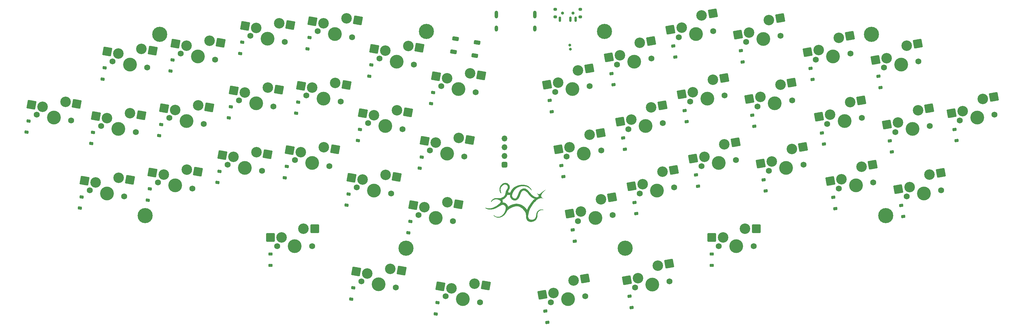
<source format=gbs>
G04 #@! TF.GenerationSoftware,KiCad,Pcbnew,(6.0.2)*
G04 #@! TF.CreationDate,2022-04-09T01:04:33+08:00*
G04 #@! TF.ProjectId,TK44,544b3434-2e6b-4696-9361-645f70636258,rev?*
G04 #@! TF.SameCoordinates,Original*
G04 #@! TF.FileFunction,Soldermask,Bot*
G04 #@! TF.FilePolarity,Negative*
%FSLAX46Y46*%
G04 Gerber Fmt 4.6, Leading zero omitted, Abs format (unit mm)*
G04 Created by KiCad (PCBNEW (6.0.2)) date 2022-04-09 01:04:33*
%MOMM*%
%LPD*%
G01*
G04 APERTURE LIST*
G04 Aperture macros list*
%AMRoundRect*
0 Rectangle with rounded corners*
0 $1 Rounding radius*
0 $2 $3 $4 $5 $6 $7 $8 $9 X,Y pos of 4 corners*
0 Add a 4 corners polygon primitive as box body*
4,1,4,$2,$3,$4,$5,$6,$7,$8,$9,$2,$3,0*
0 Add four circle primitives for the rounded corners*
1,1,$1+$1,$2,$3*
1,1,$1+$1,$4,$5*
1,1,$1+$1,$6,$7*
1,1,$1+$1,$8,$9*
0 Add four rect primitives between the rounded corners*
20,1,$1+$1,$2,$3,$4,$5,0*
20,1,$1+$1,$4,$5,$6,$7,0*
20,1,$1+$1,$6,$7,$8,$9,0*
20,1,$1+$1,$8,$9,$2,$3,0*%
G04 Aperture macros list end*
%ADD10C,3.050000*%
%ADD11C,4.000000*%
%ADD12C,1.750000*%
%ADD13RoundRect,0.250000X-1.183076X-0.806818X0.835780X-1.162797X1.183076X0.806818X-0.835780X1.162797X0*%
%ADD14C,0.800000*%
%ADD15C,4.400000*%
%ADD16RoundRect,0.250000X-0.835780X-1.162797X1.183076X-0.806818X0.835780X1.162797X-1.183076X0.806818X0*%
%ADD17RoundRect,0.250000X-1.025000X-1.000000X1.025000X-1.000000X1.025000X1.000000X-1.025000X1.000000X0*%
%ADD18O,1.000000X1.762000*%
%ADD19O,1.000000X2.219000*%
%ADD20RoundRect,0.425000X0.425000X0.425000X-0.425000X0.425000X-0.425000X-0.425000X0.425000X-0.425000X0*%
%ADD21O,1.700000X1.700000*%
%ADD22RoundRect,0.225000X0.330232X-0.286700X0.408374X0.156464X-0.330232X0.286700X-0.408374X-0.156464X0*%
%ADD23RoundRect,0.225000X0.408374X-0.156464X0.330232X0.286700X-0.408374X0.156464X-0.330232X-0.286700X0*%
%ADD24RoundRect,0.200000X-0.300000X-0.200000X0.300000X-0.200000X0.300000X0.200000X-0.300000X0.200000X0*%
%ADD25C,0.900000*%
%ADD26RoundRect,0.175000X-0.175000X-0.575000X0.175000X-0.575000X0.175000X0.575000X-0.175000X0.575000X0*%
%ADD27RoundRect,0.300000X-0.692219X-0.182571X0.588031X-0.408314X0.692219X0.182571X-0.588031X0.408314X0*%
%ADD28RoundRect,0.225000X0.375000X-0.225000X0.375000X0.225000X-0.375000X0.225000X-0.375000X-0.225000X0*%
G04 APERTURE END LIST*
G36*
X212841231Y-167293668D02*
G01*
X212856530Y-167302580D01*
X212859766Y-167303794D01*
X212877895Y-167316917D01*
X212903953Y-167339802D01*
X212912429Y-167346994D01*
X212925328Y-167357940D01*
X212967373Y-167389008D01*
X213011957Y-167418064D01*
X213043775Y-167437860D01*
X213059927Y-167448644D01*
X213081142Y-167462809D01*
X213105728Y-167481280D01*
X213107683Y-167482946D01*
X213142772Y-167507678D01*
X213189899Y-167535334D01*
X213219271Y-167550295D01*
X213238313Y-167559994D01*
X213277264Y-167575738D01*
X213278665Y-167576178D01*
X213311892Y-167590975D01*
X213347149Y-167612268D01*
X213353334Y-167616564D01*
X213377122Y-167631675D01*
X213388311Y-167636361D01*
X213390683Y-167635717D01*
X213407370Y-167639045D01*
X213457535Y-167655866D01*
X213524472Y-167677322D01*
X213578722Y-167693489D01*
X213614693Y-167702652D01*
X213646583Y-167709118D01*
X213683867Y-167716612D01*
X213715090Y-167723533D01*
X213754430Y-167733381D01*
X213760272Y-167734602D01*
X213793746Y-167737842D01*
X213843307Y-167739795D01*
X213902043Y-167740499D01*
X213963040Y-167739990D01*
X214019386Y-167738306D01*
X214064167Y-167735484D01*
X214090470Y-167731563D01*
X214114003Y-167724799D01*
X214147649Y-167715547D01*
X214168660Y-167709046D01*
X214217382Y-167690270D01*
X214269494Y-167666779D01*
X214315833Y-167642835D01*
X214347236Y-167622700D01*
X214365117Y-167608024D01*
X214408224Y-167569532D01*
X214436250Y-167539284D01*
X214446248Y-167520330D01*
X214446831Y-167515747D01*
X214457575Y-167505823D01*
X214460634Y-167504574D01*
X214473619Y-167487771D01*
X214488190Y-167457617D01*
X214493415Y-167441658D01*
X214499441Y-167381196D01*
X214489747Y-167314171D01*
X214465364Y-167249943D01*
X214445683Y-167212296D01*
X214424911Y-167172281D01*
X214410678Y-167149256D01*
X214383174Y-167110181D01*
X214347356Y-167062350D01*
X214307378Y-167011449D01*
X214260220Y-166952544D01*
X214202776Y-166879554D01*
X214161625Y-166825438D01*
X214136864Y-166790324D01*
X214128589Y-166774339D01*
X214128583Y-166774198D01*
X214122250Y-166759644D01*
X214106311Y-166729781D01*
X214084117Y-166690897D01*
X214061743Y-166650311D01*
X214045747Y-166616684D01*
X214039645Y-166597388D01*
X214040058Y-166589757D01*
X214048479Y-166574729D01*
X214068571Y-166578809D01*
X214101418Y-166602485D01*
X214148103Y-166646245D01*
X214157584Y-166655618D01*
X214248882Y-166736161D01*
X214342947Y-166803168D01*
X214433130Y-166851843D01*
X214467368Y-166864107D01*
X214521499Y-166873811D01*
X214591960Y-166876632D01*
X214619083Y-166876157D01*
X214678224Y-166870531D01*
X214730315Y-166856428D01*
X214781295Y-166831180D01*
X214837102Y-166792117D01*
X214903677Y-166736573D01*
X214927425Y-166715798D01*
X214970874Y-166677785D01*
X215007336Y-166645877D01*
X215030740Y-166625389D01*
X215047949Y-166610861D01*
X215083972Y-166581799D01*
X215123292Y-166551184D01*
X215149374Y-166530727D01*
X215187022Y-166499466D01*
X215214216Y-166474823D01*
X215240648Y-166449483D01*
X215272896Y-166422523D01*
X215291538Y-166413077D01*
X215295627Y-166411241D01*
X215314102Y-166396486D01*
X215340028Y-166371781D01*
X215347801Y-166364235D01*
X215382208Y-166333947D01*
X215427100Y-166297297D01*
X215474821Y-166260600D01*
X215493238Y-166246794D01*
X215537101Y-166212976D01*
X215573235Y-166183862D01*
X215595226Y-166164569D01*
X215600767Y-166159375D01*
X215632396Y-166134262D01*
X215669235Y-166109531D01*
X215682053Y-166101372D01*
X215706981Y-166082547D01*
X215716883Y-166070176D01*
X215721043Y-166063831D01*
X215741775Y-166046966D01*
X215774062Y-166026205D01*
X215795344Y-166012877D01*
X215821163Y-165993451D01*
X215831241Y-165980851D01*
X215831662Y-165978948D01*
X215845410Y-165964684D01*
X215872536Y-165947862D01*
X215891394Y-165937014D01*
X215931038Y-165910387D01*
X215971010Y-165879968D01*
X215993491Y-165862207D01*
X216037701Y-165829741D01*
X216075838Y-165804452D01*
X216088532Y-165796354D01*
X216113545Y-165777009D01*
X216123487Y-165763702D01*
X216132306Y-165752200D01*
X216156352Y-165739222D01*
X216182146Y-165725754D01*
X216220049Y-165701375D01*
X216261180Y-165671674D01*
X216332292Y-165618627D01*
X216399965Y-165571100D01*
X216455514Y-165535419D01*
X216495390Y-165513973D01*
X216530575Y-165498543D01*
X216509735Y-165538843D01*
X216493183Y-165564637D01*
X216451899Y-165612796D01*
X216393197Y-165669876D01*
X216319635Y-165733263D01*
X216311632Y-165739975D01*
X216272381Y-165775177D01*
X216220322Y-165824258D01*
X216159083Y-165883589D01*
X216092289Y-165949538D01*
X216023567Y-166018475D01*
X215956543Y-166086771D01*
X215894845Y-166150794D01*
X215842099Y-166206915D01*
X215801931Y-166251503D01*
X215777615Y-166279357D01*
X215740527Y-166321315D01*
X215710268Y-166354918D01*
X215691714Y-166374714D01*
X215669043Y-166402726D01*
X215647348Y-166437814D01*
X215645343Y-166441587D01*
X215628835Y-166466442D01*
X215615943Y-166476608D01*
X215611796Y-166478381D01*
X215595506Y-166495277D01*
X215575380Y-166524257D01*
X215573908Y-166526641D01*
X215550730Y-166562121D01*
X215519325Y-166607882D01*
X215486047Y-166654647D01*
X215470113Y-166677759D01*
X215436654Y-166731574D01*
X215400208Y-166795420D01*
X215363482Y-166864013D01*
X215329187Y-166932068D01*
X215300030Y-166994301D01*
X215278720Y-167045427D01*
X215267965Y-167080160D01*
X215264573Y-167095744D01*
X215256072Y-167124632D01*
X215250145Y-167142158D01*
X215235422Y-167205213D01*
X215224959Y-167279454D01*
X215219495Y-167355993D01*
X215219769Y-167425941D01*
X215226518Y-167480410D01*
X215233750Y-167513500D01*
X215241787Y-167553612D01*
X215242225Y-167555850D01*
X215250976Y-167585777D01*
X215260895Y-167602011D01*
X215266548Y-167608561D01*
X215272161Y-167631458D01*
X215275955Y-167646582D01*
X215290954Y-167678705D01*
X215313457Y-167716389D01*
X215338225Y-167750533D01*
X215373316Y-167793588D01*
X215412886Y-167838534D01*
X215452850Y-167881037D01*
X215489119Y-167916763D01*
X215517609Y-167941377D01*
X215534231Y-167950545D01*
X215545923Y-167953611D01*
X215568277Y-167968937D01*
X215572958Y-167973073D01*
X215599182Y-167991498D01*
X215638694Y-168015969D01*
X215685677Y-168043250D01*
X215734317Y-168070104D01*
X215778797Y-168093292D01*
X215813302Y-168109580D01*
X215832014Y-168115728D01*
X215834431Y-168116057D01*
X215855258Y-168122615D01*
X215886807Y-168134933D01*
X215895271Y-168138422D01*
X215925374Y-168150011D01*
X215942361Y-168155245D01*
X215943088Y-168155335D01*
X215967278Y-168164007D01*
X215985875Y-168178852D01*
X215989676Y-168192604D01*
X215987020Y-168195675D01*
X215964945Y-168203590D01*
X215935784Y-168202782D01*
X215913197Y-168193152D01*
X215911945Y-168192035D01*
X215885697Y-168177352D01*
X215839917Y-168159170D01*
X215779532Y-168138898D01*
X215709470Y-168117943D01*
X215634657Y-168097711D01*
X215560022Y-168079610D01*
X215490490Y-168065048D01*
X215430990Y-168055431D01*
X215397121Y-168051897D01*
X215316635Y-168047374D01*
X215225990Y-168046190D01*
X215132278Y-168048138D01*
X215042593Y-168053014D01*
X214964028Y-168060611D01*
X214903677Y-168070724D01*
X214903534Y-168070757D01*
X214868065Y-168078106D01*
X214827439Y-168085465D01*
X214824738Y-168085927D01*
X214789174Y-168094027D01*
X214763907Y-168103035D01*
X214740779Y-168111745D01*
X214706728Y-168119954D01*
X214697335Y-168121947D01*
X214657075Y-168134064D01*
X214604017Y-168153480D01*
X214542727Y-168178146D01*
X214477769Y-168206012D01*
X214433349Y-168226131D01*
X214413710Y-168235026D01*
X214355115Y-168263139D01*
X214306549Y-168288301D01*
X214272579Y-168308461D01*
X214257771Y-168321568D01*
X214254965Y-168325352D01*
X214236508Y-168331736D01*
X214225840Y-168334863D01*
X214198200Y-168349845D01*
X214164211Y-168373032D01*
X214131265Y-168397072D01*
X214082044Y-168431903D01*
X214033739Y-168465153D01*
X214013745Y-168478687D01*
X213984517Y-168498795D01*
X213959262Y-168517051D01*
X213933310Y-168537114D01*
X213901991Y-168562644D01*
X213860637Y-168597300D01*
X213804577Y-168644742D01*
X213750566Y-168692134D01*
X213674312Y-168762874D01*
X213591766Y-168842806D01*
X213507159Y-168927606D01*
X213424726Y-169012948D01*
X213348698Y-169094508D01*
X213283309Y-169167959D01*
X213232791Y-169228978D01*
X213223714Y-169240413D01*
X213189804Y-169281065D01*
X213158446Y-169316194D01*
X213153607Y-169321456D01*
X213125215Y-169356752D01*
X213104118Y-169389540D01*
X213103928Y-169389905D01*
X213087473Y-169414338D01*
X213073237Y-169424482D01*
X213065034Y-169427996D01*
X213052038Y-169446718D01*
X213046476Y-169458947D01*
X213030201Y-169483674D01*
X213026894Y-169487624D01*
X213009596Y-169510468D01*
X212983632Y-169546271D01*
X212953252Y-169589204D01*
X212946086Y-169599366D01*
X212910375Y-169648147D01*
X212875612Y-169693084D01*
X212848424Y-169725562D01*
X212835007Y-169740923D01*
X212815001Y-169766707D01*
X212807129Y-169781437D01*
X212800943Y-169793977D01*
X212782637Y-169823087D01*
X212755128Y-169864051D01*
X212721361Y-169912375D01*
X212695687Y-169948800D01*
X212649815Y-170015354D01*
X212606239Y-170080277D01*
X212567434Y-170139749D01*
X212535879Y-170189945D01*
X212514049Y-170227042D01*
X212504421Y-170247219D01*
X212502339Y-170253002D01*
X212491715Y-170263342D01*
X212484085Y-170269954D01*
X212466762Y-170293331D01*
X212444997Y-170327727D01*
X212430601Y-170351215D01*
X212397162Y-170402477D01*
X212365583Y-170447435D01*
X212349295Y-170470052D01*
X212331288Y-170497404D01*
X212324287Y-170511602D01*
X212323460Y-170514109D01*
X212313045Y-170534230D01*
X212292558Y-170570404D01*
X212264371Y-170618495D01*
X212230857Y-170674370D01*
X212223821Y-170686062D01*
X212190973Y-170742369D01*
X212155346Y-170805720D01*
X212118846Y-170872465D01*
X212083375Y-170938956D01*
X212050838Y-171001542D01*
X212023137Y-171056572D01*
X212002176Y-171100399D01*
X211989859Y-171129371D01*
X211988089Y-171139840D01*
X211987073Y-171148200D01*
X211975132Y-171169410D01*
X211965335Y-171187280D01*
X211946676Y-171226874D01*
X211923412Y-171279830D01*
X211897992Y-171340300D01*
X211872863Y-171402438D01*
X211850471Y-171460395D01*
X211833266Y-171508324D01*
X211827776Y-171524243D01*
X211813217Y-171563596D01*
X211801577Y-171591459D01*
X211793950Y-171609561D01*
X211786095Y-171635931D01*
X211781291Y-171652430D01*
X211768220Y-171681366D01*
X211760345Y-171700212D01*
X211760317Y-171715206D01*
X211760385Y-171715277D01*
X211758961Y-171729682D01*
X211746141Y-171754326D01*
X211745974Y-171754581D01*
X211731732Y-171778290D01*
X211726886Y-171790371D01*
X211727038Y-171794318D01*
X211722586Y-171813277D01*
X211717453Y-171831728D01*
X211710039Y-171864102D01*
X211709559Y-171866397D01*
X211702258Y-171896348D01*
X211690418Y-171940851D01*
X211676356Y-171991166D01*
X211652634Y-172076534D01*
X211621549Y-172195649D01*
X211592434Y-172315061D01*
X211566718Y-172428639D01*
X211545830Y-172530254D01*
X211531200Y-172613777D01*
X211526388Y-172643924D01*
X211519653Y-172683662D01*
X211517467Y-172696827D01*
X211511203Y-172739104D01*
X211505073Y-172785313D01*
X211502533Y-172805466D01*
X211496794Y-172848918D01*
X211492271Y-172880610D01*
X211491582Y-172885047D01*
X211485918Y-172921502D01*
X211479436Y-172963202D01*
X211459602Y-173113469D01*
X211448136Y-173275058D01*
X211450202Y-173416625D01*
X211465817Y-173538995D01*
X211495001Y-173642992D01*
X211498118Y-173651783D01*
X211505430Y-173677305D01*
X211507423Y-173683344D01*
X211518913Y-173709925D01*
X211537683Y-173749771D01*
X211560651Y-173796551D01*
X211584735Y-173843933D01*
X211606851Y-173885588D01*
X211607530Y-173886766D01*
X211625020Y-173909139D01*
X211656279Y-173943218D01*
X211696452Y-173984250D01*
X211740686Y-174027485D01*
X211784129Y-174068169D01*
X211821925Y-174101552D01*
X211849223Y-174122882D01*
X211850895Y-174123985D01*
X211879688Y-174140568D01*
X211922783Y-174162961D01*
X211974036Y-174188246D01*
X212027303Y-174213503D01*
X212076442Y-174235817D01*
X212115307Y-174252267D01*
X212137757Y-174259936D01*
X212169999Y-174266664D01*
X212211922Y-174276132D01*
X212248049Y-174284852D01*
X212248299Y-174284910D01*
X212264470Y-174287246D01*
X212298481Y-174291564D01*
X212343347Y-174296975D01*
X212419365Y-174303867D01*
X212506805Y-174305357D01*
X212598964Y-174299113D01*
X212705478Y-174284813D01*
X212710151Y-174284029D01*
X212753502Y-174274302D01*
X212808196Y-174259150D01*
X212867036Y-174240898D01*
X212922824Y-174221871D01*
X212968363Y-174204396D01*
X212996455Y-174190798D01*
X213020647Y-174177119D01*
X213041223Y-174169141D01*
X213057734Y-174162506D01*
X213090826Y-174143967D01*
X213133246Y-174117365D01*
X213179030Y-174086460D01*
X213222213Y-174055014D01*
X213234787Y-174045096D01*
X213277496Y-174007974D01*
X213323922Y-173963605D01*
X213370315Y-173916048D01*
X213412925Y-173869367D01*
X213448003Y-173827621D01*
X213471800Y-173794873D01*
X213480565Y-173775183D01*
X213481708Y-173767564D01*
X213492415Y-173757349D01*
X213501914Y-173750919D01*
X213513303Y-173728759D01*
X213513946Y-173726828D01*
X213528598Y-173695933D01*
X213549974Y-173662051D01*
X213565287Y-173637836D01*
X213585726Y-173600223D01*
X213605533Y-173559805D01*
X213620680Y-173524852D01*
X213627139Y-173503633D01*
X213630376Y-173494173D01*
X213641718Y-173471456D01*
X213645822Y-173463168D01*
X213659117Y-173429436D01*
X213672150Y-173388864D01*
X213678732Y-173365819D01*
X213686676Y-173337510D01*
X213691582Y-173317630D01*
X213695880Y-173295840D01*
X213701999Y-173261801D01*
X213704661Y-173247203D01*
X213712285Y-173207308D01*
X213718136Y-173179210D01*
X213718318Y-173178412D01*
X213724108Y-173147490D01*
X213729835Y-173109325D01*
X213729837Y-173109304D01*
X213735880Y-173068574D01*
X213742211Y-173033087D01*
X213750623Y-172988581D01*
X213758441Y-172934792D01*
X213765644Y-172867904D01*
X213768418Y-172840975D01*
X213773627Y-172797109D01*
X213778153Y-172766253D01*
X213783510Y-172736156D01*
X213790398Y-172696368D01*
X213796180Y-172663096D01*
X213803906Y-172620130D01*
X213803960Y-172619838D01*
X213811790Y-172576250D01*
X213818842Y-172535095D01*
X213823861Y-172503896D01*
X213825592Y-172490176D01*
X213825720Y-172488793D01*
X213831479Y-172469895D01*
X213844092Y-172434415D01*
X213861377Y-172388053D01*
X213881154Y-172336508D01*
X213901243Y-172285479D01*
X213919464Y-172240665D01*
X213933636Y-172207766D01*
X213941978Y-172190249D01*
X213965989Y-172144045D01*
X213995191Y-172091569D01*
X214026179Y-172038575D01*
X214055546Y-171990812D01*
X214079886Y-171954032D01*
X214095792Y-171933987D01*
X214107891Y-171920922D01*
X214131642Y-171892972D01*
X214160355Y-171857749D01*
X214188213Y-171824130D01*
X214240876Y-171765670D01*
X214293896Y-171712287D01*
X214342093Y-171669082D01*
X214380286Y-171641155D01*
X214386606Y-171637311D01*
X214410969Y-171619875D01*
X214420835Y-171608136D01*
X214423666Y-171603740D01*
X214441639Y-171587846D01*
X214469942Y-171566422D01*
X214501243Y-171544675D01*
X214528212Y-171527809D01*
X214543517Y-171521031D01*
X214549198Y-171518875D01*
X214571544Y-171506250D01*
X214603235Y-171486088D01*
X214609312Y-171482071D01*
X214641557Y-171461669D01*
X214672572Y-171444482D01*
X214710606Y-171426226D01*
X214763907Y-171402616D01*
X214834539Y-171374664D01*
X214993582Y-171328655D01*
X215163600Y-171300186D01*
X215338555Y-171290434D01*
X215382906Y-171290835D01*
X215433317Y-171292406D01*
X215469983Y-171294891D01*
X215487073Y-171297992D01*
X215491675Y-171300031D01*
X215517529Y-171306560D01*
X215554091Y-171312489D01*
X215563039Y-171313712D01*
X215609538Y-171322089D01*
X215649207Y-171331951D01*
X215686034Y-171342178D01*
X215724234Y-171350766D01*
X215751848Y-171357988D01*
X215785557Y-171371886D01*
X215803676Y-171381544D01*
X215818534Y-171388312D01*
X215821360Y-171389284D01*
X215841789Y-171397713D01*
X215873353Y-171411510D01*
X215895522Y-171422590D01*
X215914910Y-171439887D01*
X215917825Y-171461187D01*
X215917529Y-171463027D01*
X215908902Y-171479639D01*
X215887977Y-171487399D01*
X215850726Y-171486871D01*
X215793122Y-171478618D01*
X215669750Y-171461535D01*
X215497360Y-171453786D01*
X215329807Y-171466831D01*
X215160980Y-171500884D01*
X215140954Y-171506026D01*
X215110155Y-171513712D01*
X215100997Y-171516094D01*
X215047808Y-171533655D01*
X214984969Y-171558852D01*
X214922736Y-171587637D01*
X214876410Y-171610873D01*
X214825389Y-171636885D01*
X214791795Y-171654767D01*
X214772382Y-171666265D01*
X214763907Y-171673124D01*
X214761159Y-171675857D01*
X214742123Y-171690886D01*
X214713081Y-171711600D01*
X214703397Y-171718464D01*
X214674882Y-171741339D01*
X214658448Y-171758637D01*
X214652683Y-171765584D01*
X214632287Y-171775158D01*
X214632031Y-171775163D01*
X214613301Y-171785110D01*
X214582889Y-171811465D01*
X214544226Y-171850352D01*
X214500746Y-171897893D01*
X214455882Y-171950210D01*
X214413067Y-172003426D01*
X214375732Y-172053664D01*
X214347312Y-172097046D01*
X214333862Y-172120024D01*
X214306531Y-172167897D01*
X214284694Y-172207703D01*
X214272152Y-172232586D01*
X214252901Y-172277001D01*
X214227129Y-172339050D01*
X214210879Y-172382885D01*
X214203103Y-172411452D01*
X214202756Y-172427696D01*
X214202908Y-172433473D01*
X214193761Y-172453108D01*
X214186826Y-172464042D01*
X214179494Y-172484632D01*
X214173674Y-172515087D01*
X214169176Y-172557999D01*
X214165811Y-172615958D01*
X214163390Y-172691554D01*
X214161721Y-172787379D01*
X214160616Y-172906023D01*
X214160190Y-172954920D01*
X214158508Y-173060845D01*
X214155961Y-173150623D01*
X214152648Y-173221938D01*
X214148664Y-173272476D01*
X214144107Y-173299920D01*
X214143941Y-173300445D01*
X214132192Y-173342846D01*
X214123675Y-173382511D01*
X214122735Y-173387881D01*
X214113916Y-173428239D01*
X214102455Y-173471456D01*
X214098879Y-173483903D01*
X214091406Y-173512568D01*
X214089253Y-173525591D01*
X214089330Y-173526057D01*
X214084142Y-173540378D01*
X214071342Y-173566887D01*
X214069195Y-173571106D01*
X214058662Y-173595086D01*
X214057434Y-173604872D01*
X214058063Y-173606501D01*
X214053392Y-173624848D01*
X214041034Y-173659704D01*
X214022872Y-173706190D01*
X214000784Y-173759424D01*
X213976651Y-173814527D01*
X213966597Y-173836881D01*
X213945507Y-173884036D01*
X213928426Y-173922531D01*
X213926588Y-173926685D01*
X213909663Y-173963511D01*
X213895443Y-173992416D01*
X213880295Y-174021129D01*
X213861915Y-174055948D01*
X213854241Y-174070091D01*
X213819912Y-174127783D01*
X213779852Y-174188910D01*
X213739902Y-174244823D01*
X213705905Y-174286874D01*
X213692673Y-174301349D01*
X213642068Y-174354085D01*
X213586931Y-174408354D01*
X213532664Y-174459068D01*
X213484668Y-174501137D01*
X213448347Y-174529474D01*
X213432016Y-174541065D01*
X213405963Y-174561292D01*
X213393873Y-174573328D01*
X213382810Y-174582888D01*
X213355255Y-174601034D01*
X213317635Y-174623315D01*
X213282069Y-174644064D01*
X213252758Y-174662416D01*
X213239145Y-174672620D01*
X213237023Y-174674619D01*
X213216877Y-174686862D01*
X213182603Y-174704519D01*
X213141487Y-174724185D01*
X213100810Y-174742450D01*
X213067857Y-174755907D01*
X213049909Y-174761151D01*
X213045685Y-174761740D01*
X213035843Y-174773857D01*
X213035529Y-174777020D01*
X213026313Y-174784546D01*
X213019983Y-174784479D01*
X212997724Y-174790349D01*
X212980709Y-174796751D01*
X212942597Y-174809690D01*
X212895231Y-174824853D01*
X212845289Y-174840202D01*
X212799448Y-174853697D01*
X212764384Y-174863300D01*
X212746773Y-174866972D01*
X212741003Y-174867577D01*
X212730890Y-174875508D01*
X212729817Y-174878629D01*
X212715007Y-174884970D01*
X212691036Y-174887874D01*
X212645975Y-174895417D01*
X212578414Y-174907938D01*
X212569398Y-174909619D01*
X212523962Y-174917562D01*
X212476763Y-174925221D01*
X212469889Y-174926106D01*
X212430809Y-174928721D01*
X212374672Y-174930357D01*
X212307543Y-174931056D01*
X212235489Y-174930861D01*
X212164576Y-174929815D01*
X212100868Y-174927961D01*
X212050432Y-174925341D01*
X212019335Y-174921998D01*
X212014993Y-174921192D01*
X211978513Y-174915099D01*
X211936743Y-174908857D01*
X211929107Y-174907779D01*
X211863949Y-174897149D01*
X211818773Y-174886422D01*
X211788655Y-174874456D01*
X211774392Y-174868558D01*
X211765208Y-174870263D01*
X211761548Y-174872135D01*
X211746148Y-174862801D01*
X211734999Y-174854920D01*
X211727089Y-174854193D01*
X211719203Y-174854023D01*
X211693895Y-174845642D01*
X211657204Y-174830497D01*
X211625058Y-174817076D01*
X211597798Y-174807577D01*
X211587319Y-174806648D01*
X211587082Y-174807302D01*
X211575660Y-174803686D01*
X211552376Y-174789088D01*
X211542525Y-174782458D01*
X211504322Y-174759342D01*
X211462743Y-174736788D01*
X211389565Y-174692394D01*
X211310051Y-174631337D01*
X211230916Y-174559647D01*
X211157761Y-174482795D01*
X211096190Y-174406252D01*
X211051803Y-174335488D01*
X211038613Y-174309797D01*
X211016727Y-174267147D01*
X210993121Y-174221131D01*
X210984683Y-174203793D01*
X210963785Y-174156017D01*
X210941350Y-174099940D01*
X210920356Y-174043437D01*
X210903781Y-173994382D01*
X210894603Y-173960650D01*
X210894601Y-173960638D01*
X210891087Y-173944937D01*
X210884361Y-173916178D01*
X210881147Y-173902426D01*
X210866888Y-173833413D01*
X210856416Y-173763702D01*
X210855263Y-173755092D01*
X210849260Y-173718052D01*
X210843596Y-173692767D01*
X210841490Y-173684338D01*
X210837221Y-173656296D01*
X210832850Y-173612216D01*
X210828277Y-173550537D01*
X210823405Y-173469699D01*
X210818135Y-173368141D01*
X210812369Y-173244301D01*
X210806008Y-173096618D01*
X210802481Y-173020194D01*
X210793713Y-172878994D01*
X210782426Y-172753170D01*
X210768065Y-172636013D01*
X210768037Y-172635808D01*
X210761598Y-172588769D01*
X210755462Y-172542545D01*
X210748123Y-172506283D01*
X210728639Y-172442406D01*
X210699925Y-172366253D01*
X210663953Y-172283412D01*
X210649587Y-172252278D01*
X210630500Y-172210838D01*
X210617148Y-172181761D01*
X210605782Y-172158873D01*
X210596243Y-172143642D01*
X210595267Y-172142395D01*
X210584911Y-172124543D01*
X210567254Y-172091192D01*
X210545492Y-172048344D01*
X210539970Y-172037502D01*
X210508671Y-171980589D01*
X210471136Y-171917443D01*
X210434311Y-171859843D01*
X210417908Y-171835150D01*
X210391951Y-171794880D01*
X210374010Y-171765413D01*
X210367246Y-171751839D01*
X210362874Y-171743449D01*
X210344794Y-171717661D01*
X210315256Y-171678468D01*
X210277032Y-171629383D01*
X210232894Y-171573915D01*
X210185617Y-171515575D01*
X210137972Y-171457872D01*
X210092733Y-171404318D01*
X210088729Y-171399665D01*
X210021397Y-171325618D01*
X209941750Y-171244256D01*
X209855492Y-171160956D01*
X209768330Y-171081096D01*
X209685968Y-171010053D01*
X209614111Y-170953203D01*
X209600630Y-170943113D01*
X209556571Y-170909352D01*
X209514435Y-170876183D01*
X209495028Y-170861569D01*
X209464520Y-170842395D01*
X209444697Y-170834887D01*
X209435436Y-170832720D01*
X209419127Y-170815828D01*
X209414247Y-170806907D01*
X209399367Y-170796768D01*
X209389118Y-170793245D01*
X209362282Y-170778593D01*
X209327665Y-170756430D01*
X209304733Y-170740834D01*
X209264613Y-170713611D01*
X209233981Y-170692898D01*
X209232940Y-170692200D01*
X209205234Y-170676289D01*
X209186080Y-170669705D01*
X209181042Y-170668708D01*
X209157148Y-170658198D01*
X209125210Y-170639922D01*
X209119259Y-170636248D01*
X209072927Y-170610181D01*
X209026988Y-170587513D01*
X208997823Y-170574387D01*
X208949001Y-170552120D01*
X208899464Y-170529275D01*
X208860492Y-170512108D01*
X208816615Y-170494801D01*
X208785107Y-170484634D01*
X208755582Y-170475940D01*
X208734742Y-170466750D01*
X208731603Y-170464903D01*
X208704516Y-170454658D01*
X208660303Y-170441913D01*
X208605387Y-170428201D01*
X208546192Y-170415053D01*
X208489142Y-170404002D01*
X208440659Y-170396582D01*
X208428521Y-170395106D01*
X208385436Y-170389825D01*
X208339008Y-170384092D01*
X208313009Y-170381623D01*
X208251994Y-170378639D01*
X208178930Y-170377408D01*
X208102309Y-170377927D01*
X208030622Y-170380194D01*
X207972361Y-170384205D01*
X207956487Y-170385798D01*
X207901451Y-170391342D01*
X207851651Y-170396383D01*
X207838533Y-170397800D01*
X207795519Y-170403410D01*
X207762706Y-170408991D01*
X207759846Y-170409602D01*
X207687991Y-170424348D01*
X207622936Y-170436233D01*
X207591967Y-170441606D01*
X207565108Y-170446692D01*
X207546824Y-170451181D01*
X207527639Y-170457151D01*
X207503977Y-170463659D01*
X207467740Y-170471333D01*
X207463782Y-170472099D01*
X207431744Y-170480427D01*
X207386000Y-170494296D01*
X207335076Y-170511148D01*
X207323723Y-170515046D01*
X207275059Y-170531312D01*
X207234803Y-170544105D01*
X207210733Y-170550934D01*
X207189572Y-170555880D01*
X207160686Y-170564250D01*
X207127389Y-170576996D01*
X207105829Y-170585384D01*
X207065244Y-170600606D01*
X207019385Y-170617393D01*
X206982675Y-170630860D01*
X206942985Y-170645893D01*
X206917734Y-170656029D01*
X206915254Y-170657108D01*
X206884606Y-170670344D01*
X206847849Y-170686098D01*
X206825782Y-170695611D01*
X206780547Y-170715376D01*
X206733492Y-170736168D01*
X206703410Y-170749510D01*
X206657476Y-170769757D01*
X206622311Y-170785113D01*
X206617147Y-170787422D01*
X206591469Y-170801686D01*
X206581015Y-170812577D01*
X206579251Y-170816710D01*
X206563001Y-170822181D01*
X206557428Y-170823658D01*
X206531904Y-170834123D01*
X206490992Y-170852661D01*
X206439460Y-170876938D01*
X206382081Y-170904618D01*
X206323623Y-170933368D01*
X206268857Y-170960852D01*
X206222553Y-170984736D01*
X206189482Y-171002686D01*
X206174412Y-171012366D01*
X206154689Y-171027381D01*
X206121338Y-171047026D01*
X206085524Y-171064504D01*
X206081634Y-171066255D01*
X206048464Y-171084862D01*
X206013310Y-171108946D01*
X206005179Y-171114963D01*
X205977578Y-171132703D01*
X205960160Y-171139840D01*
X205951231Y-171142233D01*
X205930722Y-171156479D01*
X205924667Y-171161723D01*
X205899027Y-171181131D01*
X205860699Y-171208428D01*
X205815458Y-171239457D01*
X205791694Y-171255750D01*
X205753311Y-171283487D01*
X205726846Y-171304566D01*
X205716983Y-171315377D01*
X205716953Y-171315796D01*
X205706229Y-171328694D01*
X205682041Y-171345818D01*
X205664438Y-171358407D01*
X205628670Y-171388708D01*
X205584483Y-171429349D01*
X205536935Y-171475397D01*
X205491088Y-171521917D01*
X205452002Y-171563978D01*
X205424737Y-171596645D01*
X205420485Y-171602256D01*
X205391352Y-171637924D01*
X205364382Y-171667324D01*
X205363599Y-171668098D01*
X205343934Y-171689817D01*
X205335793Y-171703253D01*
X205335245Y-171705144D01*
X205325232Y-171723486D01*
X205305220Y-171755712D01*
X205278614Y-171796281D01*
X205271015Y-171807716D01*
X205245766Y-171847413D01*
X205228092Y-171877893D01*
X205221436Y-171893316D01*
X205221224Y-171895490D01*
X205213000Y-171919308D01*
X205194404Y-171960315D01*
X205167603Y-172014545D01*
X205134765Y-172078034D01*
X205098057Y-172146815D01*
X205059646Y-172216924D01*
X205021701Y-172284396D01*
X204986388Y-172345264D01*
X204955875Y-172395563D01*
X204932330Y-172431328D01*
X204917919Y-172448594D01*
X204915439Y-172451077D01*
X204900295Y-172470062D01*
X204876027Y-172502751D01*
X204846566Y-172543892D01*
X204838696Y-172554957D01*
X204805216Y-172600141D01*
X204774361Y-172639167D01*
X204751958Y-172664602D01*
X204751227Y-172665333D01*
X204726524Y-172691723D01*
X204693047Y-172729526D01*
X204657822Y-172770812D01*
X204632117Y-172801016D01*
X204575695Y-172863022D01*
X204514757Y-172923499D01*
X204443821Y-172987746D01*
X204357404Y-173061059D01*
X204309338Y-173100948D01*
X204264090Y-173138539D01*
X204228301Y-173168316D01*
X204207025Y-173186077D01*
X204183491Y-173203577D01*
X204168125Y-173210976D01*
X204155791Y-173216519D01*
X204133816Y-173233212D01*
X204127838Y-173238358D01*
X204096968Y-173262424D01*
X204059804Y-173288858D01*
X204022982Y-173313226D01*
X203993136Y-173331097D01*
X203976900Y-173338039D01*
X203975863Y-173338078D01*
X203961389Y-173347569D01*
X203960180Y-173349313D01*
X203941835Y-173362984D01*
X203905860Y-173384244D01*
X203856818Y-173410790D01*
X203799277Y-173440319D01*
X203737801Y-173470530D01*
X203676956Y-173499119D01*
X203621308Y-173523784D01*
X203575422Y-173542223D01*
X203539072Y-173556240D01*
X203504834Y-173570831D01*
X203486624Y-173580397D01*
X203471564Y-173588185D01*
X203442152Y-173596981D01*
X203421476Y-173601673D01*
X203380807Y-173611862D01*
X203334542Y-173624155D01*
X203298723Y-173633877D01*
X203259841Y-173644245D01*
X203236068Y-173650353D01*
X203218514Y-173654667D01*
X203185243Y-173663107D01*
X203165930Y-173667708D01*
X203083108Y-173681585D01*
X202983979Y-173691351D01*
X202875414Y-173696894D01*
X202764285Y-173698103D01*
X202657465Y-173694863D01*
X202561825Y-173687063D01*
X202484237Y-173674591D01*
X202462464Y-173670062D01*
X202426038Y-173663352D01*
X202397349Y-173656730D01*
X202359330Y-173644475D01*
X202358969Y-173644335D01*
X202334533Y-173637108D01*
X202324387Y-173638509D01*
X202319839Y-173639439D01*
X202303375Y-173628664D01*
X202289676Y-173619094D01*
X202277387Y-173615909D01*
X202270015Y-173615915D01*
X202241550Y-173608387D01*
X202195062Y-173592746D01*
X202133792Y-173570027D01*
X202124339Y-173566995D01*
X202105203Y-173564736D01*
X202102781Y-173564830D01*
X202095673Y-173554047D01*
X202094554Y-173549367D01*
X202079790Y-173541225D01*
X202075062Y-173540901D01*
X202039465Y-173529925D01*
X201988974Y-173505172D01*
X201927166Y-173469113D01*
X201857621Y-173424222D01*
X201783916Y-173372970D01*
X201709630Y-173317829D01*
X201638339Y-173261271D01*
X201573623Y-173205770D01*
X201519060Y-173153797D01*
X201465709Y-173093341D01*
X201429706Y-173039595D01*
X201411838Y-172994757D01*
X201412493Y-172960617D01*
X201432059Y-172938966D01*
X201470924Y-172931595D01*
X201484818Y-172937806D01*
X201513985Y-172958606D01*
X201552707Y-172990563D01*
X201596385Y-173030069D01*
X201646859Y-173076818D01*
X201739736Y-173157337D01*
X201820915Y-173219416D01*
X201892371Y-173264622D01*
X201908331Y-173273490D01*
X201955842Y-173300037D01*
X201997585Y-173323536D01*
X202009611Y-173330086D01*
X202041180Y-173344852D01*
X202061305Y-173350745D01*
X202065996Y-173351386D01*
X202091221Y-173360241D01*
X202124450Y-173376183D01*
X202137299Y-173382772D01*
X202162072Y-173393236D01*
X202171911Y-173393686D01*
X202174159Y-173391441D01*
X202187794Y-173398548D01*
X202209114Y-173409518D01*
X202241796Y-173419377D01*
X202274634Y-173426484D01*
X202311681Y-173434857D01*
X202378291Y-173447835D01*
X202489383Y-173461233D01*
X202608649Y-173467701D01*
X202727969Y-173467116D01*
X202839223Y-173459355D01*
X202934292Y-173444296D01*
X202958573Y-173439218D01*
X202997824Y-173431909D01*
X203028562Y-173425742D01*
X203111978Y-173402177D01*
X203208417Y-173367585D01*
X203312438Y-173324433D01*
X203418599Y-173275188D01*
X203521458Y-173222319D01*
X203615571Y-173168292D01*
X203695498Y-173115576D01*
X203709277Y-173105573D01*
X203782658Y-173050512D01*
X203857911Y-172991444D01*
X203930523Y-172932120D01*
X203995978Y-172876289D01*
X204049762Y-172827700D01*
X204087360Y-172790104D01*
X204102562Y-172773384D01*
X204144327Y-172727627D01*
X204183231Y-172685203D01*
X204194666Y-172672373D01*
X204228685Y-172631784D01*
X204268390Y-172582065D01*
X204307358Y-172531186D01*
X204328143Y-172503412D01*
X204359272Y-172462011D01*
X204383130Y-172430526D01*
X204395762Y-172414188D01*
X204400930Y-172406628D01*
X204408229Y-172385599D01*
X204408683Y-172382097D01*
X204420935Y-172372356D01*
X204426781Y-172370206D01*
X204433642Y-172353297D01*
X204434975Y-172344542D01*
X204445492Y-172334237D01*
X204454990Y-172327808D01*
X204466380Y-172305648D01*
X204467002Y-172303776D01*
X204481600Y-172272865D01*
X204502890Y-172238939D01*
X204515770Y-172219004D01*
X204539194Y-172176711D01*
X204561284Y-172130935D01*
X204575778Y-172099300D01*
X204590954Y-172068911D01*
X204599786Y-172054697D01*
X204599962Y-172054543D01*
X204609411Y-172038677D01*
X204621351Y-172010225D01*
X204631775Y-171983070D01*
X204649286Y-171939264D01*
X204668838Y-171891629D01*
X204685990Y-171849356D01*
X204700256Y-171812102D01*
X204707706Y-171789978D01*
X204712069Y-171775368D01*
X204723436Y-171740129D01*
X204739569Y-171691501D01*
X204758528Y-171635388D01*
X204773867Y-171590011D01*
X204790745Y-171539156D01*
X204803242Y-171500411D01*
X204809410Y-171479735D01*
X204813679Y-171462251D01*
X204821837Y-171428909D01*
X204827116Y-171406136D01*
X204835042Y-171368554D01*
X204840133Y-171344856D01*
X204847631Y-171315567D01*
X204862084Y-171259203D01*
X204878696Y-171165224D01*
X204890241Y-171061226D01*
X204896568Y-170952994D01*
X204897523Y-170846316D01*
X204892955Y-170746978D01*
X204882711Y-170660766D01*
X204866639Y-170593467D01*
X204843334Y-170527164D01*
X204824104Y-170478071D01*
X204810059Y-170449956D01*
X204800402Y-170440991D01*
X204793611Y-170434613D01*
X204784886Y-170412401D01*
X204772010Y-170384818D01*
X204743680Y-170343025D01*
X204704324Y-170293451D01*
X204657996Y-170240908D01*
X204608752Y-170190212D01*
X204560645Y-170146176D01*
X204537057Y-170126939D01*
X204486024Y-170089021D01*
X204434706Y-170054861D01*
X204389649Y-170028693D01*
X204357404Y-170014753D01*
X204354909Y-170013880D01*
X204334954Y-170005596D01*
X204303793Y-169991936D01*
X204300061Y-169990310D01*
X204253896Y-169974085D01*
X204208495Y-169963239D01*
X204200463Y-169961917D01*
X204169158Y-169955719D01*
X204152347Y-169950668D01*
X204146268Y-169949006D01*
X204118911Y-169946602D01*
X204077300Y-169945325D01*
X204028812Y-169945160D01*
X203980824Y-169946090D01*
X203940713Y-169948101D01*
X203915858Y-169951176D01*
X203895971Y-169956046D01*
X203858679Y-169965245D01*
X203839039Y-169970009D01*
X203816115Y-169975240D01*
X203796465Y-169983710D01*
X203768466Y-170000203D01*
X203766012Y-170001790D01*
X203743882Y-170013810D01*
X203734792Y-170014413D01*
X203730233Y-170014020D01*
X203709476Y-170022738D01*
X203677614Y-170040069D01*
X203655270Y-170052488D01*
X203630192Y-170064119D01*
X203620435Y-170065133D01*
X203618163Y-170062634D01*
X203604552Y-170069553D01*
X203604307Y-170069749D01*
X203585776Y-170081481D01*
X203550441Y-170101698D01*
X203503930Y-170127362D01*
X203451870Y-170155438D01*
X203399887Y-170182891D01*
X203353608Y-170206685D01*
X203318659Y-170223786D01*
X203313184Y-170226420D01*
X203287718Y-170241585D01*
X203277364Y-170253043D01*
X203276196Y-170256793D01*
X203261254Y-170263102D01*
X203253771Y-170264800D01*
X203227644Y-170277149D01*
X203194545Y-170297526D01*
X203184016Y-170304551D01*
X203137214Y-170333794D01*
X203092637Y-170359269D01*
X203080280Y-170365863D01*
X203023822Y-170396599D01*
X202988378Y-170417197D01*
X202972411Y-170428543D01*
X202972103Y-170428845D01*
X202956391Y-170439100D01*
X202928923Y-170453955D01*
X202887414Y-170475335D01*
X202860961Y-170490310D01*
X202848480Y-170500056D01*
X202845348Y-170507535D01*
X202844164Y-170511166D01*
X202829175Y-170517229D01*
X202814406Y-170522090D01*
X202783999Y-170537937D01*
X202746584Y-170560970D01*
X202714608Y-170580921D01*
X202689615Y-170594158D01*
X202679970Y-170595913D01*
X202679003Y-170593450D01*
X202670441Y-170600462D01*
X202668212Y-170602787D01*
X202648306Y-170617259D01*
X202613213Y-170639748D01*
X202568184Y-170667188D01*
X202518468Y-170696513D01*
X202469317Y-170724658D01*
X202425981Y-170748558D01*
X202393710Y-170765145D01*
X202377754Y-170771356D01*
X202368733Y-170774352D01*
X202349916Y-170790275D01*
X202339123Y-170799701D01*
X202322947Y-170802232D01*
X202319346Y-170800637D01*
X202311681Y-170807243D01*
X202308213Y-170814809D01*
X202289445Y-170826683D01*
X202277545Y-170831173D01*
X202248149Y-170845250D01*
X202233558Y-170853373D01*
X202203677Y-170868863D01*
X202195560Y-170872881D01*
X202157827Y-170891776D01*
X202108076Y-170916879D01*
X202054365Y-170944106D01*
X202004756Y-170969375D01*
X201967309Y-170988601D01*
X201956893Y-170993678D01*
X201928632Y-171003958D01*
X201913307Y-171004064D01*
X201910106Y-171002037D01*
X201905077Y-171010659D01*
X201902459Y-171017922D01*
X201884802Y-171025483D01*
X201861995Y-171030263D01*
X201830800Y-171043331D01*
X201807995Y-171054439D01*
X201758803Y-171075535D01*
X201697549Y-171099629D01*
X201629325Y-171124938D01*
X201559224Y-171149682D01*
X201492338Y-171172079D01*
X201433757Y-171190348D01*
X201388574Y-171202707D01*
X201361881Y-171207376D01*
X201356090Y-171208193D01*
X201345998Y-171218196D01*
X201345899Y-171219690D01*
X201336468Y-171226351D01*
X201326395Y-171226740D01*
X201296957Y-171231408D01*
X201257053Y-171239618D01*
X201230391Y-171245402D01*
X201181340Y-171255198D01*
X201142696Y-171261921D01*
X201142573Y-171261939D01*
X201101887Y-171268429D01*
X201066458Y-171274766D01*
X201045616Y-171278599D01*
X201010472Y-171284032D01*
X200965929Y-171289734D01*
X200908006Y-171296166D01*
X200832721Y-171303789D01*
X200736093Y-171313066D01*
X200701568Y-171315636D01*
X200635871Y-171318610D01*
X200556891Y-171320664D01*
X200470152Y-171321794D01*
X200381181Y-171321996D01*
X200295503Y-171321267D01*
X200218643Y-171319604D01*
X200156128Y-171317003D01*
X200113482Y-171313460D01*
X200027415Y-171302061D01*
X199948436Y-171290924D01*
X199884953Y-171280929D01*
X199831765Y-171271185D01*
X199783671Y-171260806D01*
X199735468Y-171248903D01*
X199715435Y-171243826D01*
X199684642Y-171236390D01*
X199650983Y-171227428D01*
X199587421Y-171207107D01*
X199513228Y-171180644D01*
X199435746Y-171150797D01*
X199362315Y-171120324D01*
X199300275Y-171091983D01*
X199261636Y-171073269D01*
X199217270Y-171052302D01*
X199185433Y-171037889D01*
X199171244Y-171032395D01*
X199166635Y-171030402D01*
X199144568Y-171017062D01*
X199109469Y-170993982D01*
X199066417Y-170964455D01*
X199026375Y-170934973D01*
X198987705Y-170899606D01*
X198969818Y-170869842D01*
X198971287Y-170842883D01*
X198990683Y-170815930D01*
X198993930Y-170813132D01*
X199025806Y-170802926D01*
X199075029Y-170804529D01*
X199137425Y-170817457D01*
X199208820Y-170841225D01*
X199213744Y-170843104D01*
X199254948Y-170856678D01*
X199290536Y-170865389D01*
X199316640Y-170871209D01*
X199337835Y-170879014D01*
X199340350Y-170880190D01*
X199364126Y-170887028D01*
X199406467Y-170896805D01*
X199462223Y-170908502D01*
X199526245Y-170921097D01*
X199593386Y-170933570D01*
X199658497Y-170944901D01*
X199716428Y-170954068D01*
X199805620Y-170964698D01*
X199915391Y-170973083D01*
X200033813Y-170978268D01*
X200155242Y-170980243D01*
X200274038Y-170978995D01*
X200384559Y-170974514D01*
X200481161Y-170966787D01*
X200558204Y-170955803D01*
X200582326Y-170951108D01*
X200621736Y-170943325D01*
X200656446Y-170936833D01*
X200696905Y-170929851D01*
X200700864Y-170929188D01*
X200731248Y-170923135D01*
X200747730Y-170918183D01*
X200748814Y-170917639D01*
X200767974Y-170912366D01*
X200799625Y-170906259D01*
X200808147Y-170904836D01*
X200844320Y-170898349D01*
X200876033Y-170891319D01*
X200910408Y-170881813D01*
X200954567Y-170867898D01*
X201015633Y-170847642D01*
X201038879Y-170839862D01*
X201091374Y-170822362D01*
X201126327Y-170810905D01*
X201148590Y-170803958D01*
X201163017Y-170799987D01*
X201174462Y-170797459D01*
X201175747Y-170797139D01*
X201196158Y-170787954D01*
X201225288Y-170771356D01*
X201229280Y-170768917D01*
X201256674Y-170753716D01*
X201273077Y-170747164D01*
X201275154Y-170746818D01*
X201297174Y-170738737D01*
X201334157Y-170722307D01*
X201379917Y-170700582D01*
X201428272Y-170676613D01*
X201473037Y-170653454D01*
X201508029Y-170634158D01*
X201527063Y-170621778D01*
X201541480Y-170611279D01*
X201549300Y-170611275D01*
X201549364Y-170611792D01*
X201560281Y-170611965D01*
X201584242Y-170601620D01*
X201604723Y-170591025D01*
X201644690Y-170570870D01*
X201696040Y-170545287D01*
X201752601Y-170517364D01*
X201797999Y-170494988D01*
X201851221Y-170468370D01*
X201898551Y-170443946D01*
X201943914Y-170419487D01*
X201991235Y-170392763D01*
X202044439Y-170361544D01*
X202107453Y-170323602D01*
X202184202Y-170276707D01*
X202278610Y-170218629D01*
X202290149Y-170211284D01*
X202329986Y-170183983D01*
X202369771Y-170154613D01*
X202381498Y-170145703D01*
X202428215Y-170112028D01*
X202473428Y-170081542D01*
X202481413Y-170076139D01*
X202511144Y-170054502D01*
X202553479Y-170022573D01*
X202604314Y-169983564D01*
X202659545Y-169940684D01*
X202715071Y-169897144D01*
X202766788Y-169856155D01*
X202810593Y-169820926D01*
X202842382Y-169794668D01*
X202858054Y-169780593D01*
X202858287Y-169780344D01*
X202871645Y-169768558D01*
X202898846Y-169745767D01*
X202934292Y-169716664D01*
X202976073Y-169680800D01*
X203030138Y-169631061D01*
X203089275Y-169574108D01*
X203149504Y-169513990D01*
X203206841Y-169454755D01*
X203257304Y-169400451D01*
X203296912Y-169355127D01*
X203321681Y-169322831D01*
X203357115Y-169264358D01*
X203397302Y-169182107D01*
X203422959Y-169106679D01*
X203432024Y-169043292D01*
X203431913Y-169036339D01*
X203418678Y-168963865D01*
X203385284Y-168886453D01*
X203334430Y-168809166D01*
X203268815Y-168737067D01*
X203239201Y-168710895D01*
X203195613Y-168676028D01*
X203149761Y-168642287D01*
X203107077Y-168613476D01*
X203072990Y-168593400D01*
X203052934Y-168585863D01*
X203046127Y-168585054D01*
X203035943Y-168576258D01*
X203035655Y-168575009D01*
X203022139Y-168563544D01*
X202994647Y-168550013D01*
X202993126Y-168549399D01*
X202958697Y-168534716D01*
X202936004Y-168523960D01*
X203936534Y-168523960D01*
X203938086Y-168530311D01*
X203941828Y-168556715D01*
X203942744Y-168562186D01*
X203951587Y-168566317D01*
X203961321Y-168570043D01*
X203974000Y-168591220D01*
X203985251Y-168623174D01*
X203991782Y-168658366D01*
X203993064Y-168663818D01*
X204002794Y-168667732D01*
X204005116Y-168668062D01*
X204015093Y-168684048D01*
X204028915Y-168718816D01*
X204044977Y-168768012D01*
X204061671Y-168827284D01*
X204063934Y-168844821D01*
X204065991Y-168884325D01*
X204067264Y-168937767D01*
X204067751Y-168998837D01*
X204067450Y-169061230D01*
X204066358Y-169118635D01*
X204064473Y-169164747D01*
X204061793Y-169193257D01*
X204061681Y-169193894D01*
X204052296Y-169228258D01*
X204040131Y-169252481D01*
X204034080Y-169262811D01*
X204036315Y-169276239D01*
X204037972Y-169276840D01*
X204059188Y-169279443D01*
X204099612Y-169281934D01*
X204154222Y-169284057D01*
X204217997Y-169285553D01*
X204233204Y-169285831D01*
X204295620Y-169287570D01*
X204347935Y-169289962D01*
X204385044Y-169292728D01*
X204401844Y-169295589D01*
X204420268Y-169301232D01*
X204451397Y-169305620D01*
X204478844Y-169310411D01*
X204495901Y-169318809D01*
X204504588Y-169326495D01*
X204526932Y-169333660D01*
X204567627Y-169338498D01*
X204587930Y-169342227D01*
X204598824Y-169349534D01*
X204605307Y-169356951D01*
X204627414Y-169367128D01*
X204645397Y-169372874D01*
X204674140Y-169381995D01*
X204690739Y-169387085D01*
X204703652Y-169390764D01*
X204751301Y-169408576D01*
X204827689Y-169458175D01*
X204841530Y-169469251D01*
X204858071Y-169479884D01*
X204859621Y-169475985D01*
X204858048Y-169472321D01*
X204865712Y-169472183D01*
X204887561Y-169485515D01*
X204894041Y-169490045D01*
X204920424Y-169506692D01*
X204935670Y-169513427D01*
X204944062Y-169515932D01*
X204965192Y-169530275D01*
X204987764Y-169551163D01*
X205004445Y-169571437D01*
X205007900Y-169583936D01*
X205005680Y-169587623D01*
X205015279Y-169584400D01*
X205020338Y-169583230D01*
X205041612Y-169591553D01*
X205068053Y-169611925D01*
X205093065Y-169637838D01*
X205110052Y-169662783D01*
X205112417Y-169680251D01*
X205109135Y-169687814D01*
X205118143Y-169685977D01*
X205123027Y-169684799D01*
X205143769Y-169693240D01*
X205169831Y-169713758D01*
X205194626Y-169739765D01*
X205211567Y-169764675D01*
X205214068Y-169781902D01*
X205210785Y-169789465D01*
X205219794Y-169787628D01*
X205224678Y-169786449D01*
X205245420Y-169794891D01*
X205271482Y-169815408D01*
X205296277Y-169841416D01*
X205313218Y-169866326D01*
X205315719Y-169883552D01*
X205312567Y-169890452D01*
X205319733Y-169890336D01*
X205320957Y-169889761D01*
X205337010Y-169895556D01*
X205356326Y-169916963D01*
X205361514Y-169924808D01*
X205385883Y-169964195D01*
X205405274Y-169999389D01*
X205416726Y-170024687D01*
X205417279Y-170034387D01*
X205416513Y-170035831D01*
X205424643Y-170050192D01*
X205443917Y-170074967D01*
X205447495Y-170079292D01*
X205474364Y-170117156D01*
X205491949Y-170151489D01*
X205496277Y-170174716D01*
X205496221Y-170175436D01*
X205502663Y-170191390D01*
X205518176Y-170217576D01*
X205522038Y-170223640D01*
X205531002Y-170242336D01*
X205524530Y-170243422D01*
X205524381Y-170243336D01*
X205518936Y-170243808D01*
X205529592Y-170258772D01*
X205542378Y-170278193D01*
X205543358Y-170292722D01*
X205541421Y-170295173D01*
X205546912Y-170301221D01*
X205554332Y-170306857D01*
X205562352Y-170334564D01*
X205567747Y-170386430D01*
X205568987Y-170391903D01*
X205579331Y-170395209D01*
X205586118Y-170396681D01*
X205591508Y-170414828D01*
X205592601Y-170431236D01*
X205594685Y-170456873D01*
X205601311Y-170469792D01*
X205622100Y-170476811D01*
X205647060Y-170471452D01*
X205665936Y-170454112D01*
X205677660Y-170438666D01*
X205691184Y-170434398D01*
X205699730Y-170435553D01*
X205719186Y-170425224D01*
X205733873Y-170412168D01*
X205760768Y-170390165D01*
X205771542Y-170382026D01*
X205780160Y-170377968D01*
X205774523Y-170390165D01*
X205772863Y-170393908D01*
X205779111Y-170391363D01*
X205797553Y-170373567D01*
X205804343Y-170366823D01*
X205828185Y-170348993D01*
X205844103Y-170345728D01*
X205848898Y-170347781D01*
X205856753Y-170341417D01*
X205858725Y-170337092D01*
X205876665Y-170321931D01*
X205907240Y-170304310D01*
X205922952Y-170297094D01*
X205945127Y-170289957D01*
X205950744Y-170293453D01*
X205950275Y-170294470D01*
X205953717Y-170294631D01*
X205969003Y-170278985D01*
X205990330Y-170259092D01*
X206007525Y-170250395D01*
X206012599Y-170249301D01*
X206036076Y-170238137D01*
X206067350Y-170218810D01*
X206080627Y-170210298D01*
X206108188Y-170196093D01*
X206123653Y-170193258D01*
X206131801Y-170193396D01*
X206148999Y-170180510D01*
X206159433Y-170171061D01*
X206174520Y-170167871D01*
X206180683Y-170168231D01*
X206191970Y-170154429D01*
X206197822Y-170145220D01*
X206215608Y-170138548D01*
X206216139Y-170138652D01*
X206235987Y-170132379D01*
X206260714Y-170113268D01*
X206262388Y-170111623D01*
X206285217Y-170094415D01*
X206300854Y-170091182D01*
X206304388Y-170092662D01*
X206316273Y-170085401D01*
X206328270Y-170076099D01*
X206355172Y-170069870D01*
X206380119Y-170063392D01*
X206396575Y-170049382D01*
X206402668Y-170041507D01*
X206422774Y-170039208D01*
X206433525Y-170040528D01*
X206449307Y-170028165D01*
X206449968Y-170026739D01*
X206468165Y-170012077D01*
X206499198Y-170001638D01*
X206501105Y-170001266D01*
X206534546Y-169990424D01*
X206556590Y-169976019D01*
X206566107Y-169967728D01*
X206582455Y-169965392D01*
X206586015Y-169967009D01*
X206593722Y-169961017D01*
X206595821Y-169955626D01*
X206612781Y-169947560D01*
X206619978Y-169946761D01*
X206650900Y-169943325D01*
X206659569Y-169941359D01*
X206669960Y-169932101D01*
X206676434Y-169924276D01*
X206698549Y-169913853D01*
X206718333Y-169907478D01*
X206739845Y-169900407D01*
X206752397Y-169896752D01*
X206780316Y-169889895D01*
X206800029Y-169884121D01*
X206834318Y-169869646D01*
X206851213Y-169862317D01*
X206860555Y-169862851D01*
X206868041Y-169863577D01*
X206889145Y-169854246D01*
X206910140Y-169844640D01*
X206927778Y-169841264D01*
X206940874Y-169839426D01*
X206965897Y-169828531D01*
X206986035Y-169818094D01*
X207003502Y-169810888D01*
X207016208Y-169806289D01*
X207017175Y-169805677D01*
X207036258Y-169800218D01*
X207069841Y-169794172D01*
X207108454Y-169789284D01*
X207138899Y-169784068D01*
X207162456Y-169775793D01*
X207169780Y-169772137D01*
X207178214Y-169773604D01*
X207185737Y-169774461D01*
X207206803Y-169765064D01*
X207228895Y-169754467D01*
X207254452Y-169746549D01*
X207254618Y-169746528D01*
X207279931Y-169741111D01*
X207313851Y-169731587D01*
X207316881Y-169730669D01*
X207345386Y-169724490D01*
X207360654Y-169725515D01*
X207365584Y-169727299D01*
X207383847Y-169721399D01*
X207400899Y-169714314D01*
X207432341Y-169708103D01*
X207446083Y-169706724D01*
X207506593Y-169698103D01*
X207591171Y-169683184D01*
X207605203Y-169680983D01*
X207649714Y-169676104D01*
X207705831Y-169671592D01*
X207764337Y-169668046D01*
X207816017Y-169666066D01*
X207851651Y-169666250D01*
X207874990Y-169667134D01*
X207902476Y-169666838D01*
X207920699Y-169666313D01*
X207953302Y-169666838D01*
X207976617Y-169667363D01*
X208004127Y-169666838D01*
X208022349Y-169666313D01*
X208054952Y-169666838D01*
X208078267Y-169667363D01*
X208105778Y-169666838D01*
X208124000Y-169666313D01*
X208156603Y-169666838D01*
X208179648Y-169667406D01*
X208204252Y-169667026D01*
X208207864Y-169666772D01*
X208236018Y-169664859D01*
X208262528Y-169664647D01*
X208307049Y-169666107D01*
X208361544Y-169668860D01*
X208418941Y-169672461D01*
X208472164Y-169676465D01*
X208514139Y-169680423D01*
X208537794Y-169683891D01*
X208541969Y-169684892D01*
X208578491Y-169691557D01*
X208620385Y-169696921D01*
X208631858Y-169698102D01*
X208659963Y-169701611D01*
X208671211Y-169704066D01*
X208671478Y-169704334D01*
X208685548Y-169707132D01*
X208714410Y-169710632D01*
X208717260Y-169710956D01*
X208749195Y-169719121D01*
X208768218Y-169731766D01*
X208773610Y-169739145D01*
X208779020Y-169740671D01*
X208785292Y-169738176D01*
X208811467Y-169740350D01*
X208853450Y-169748268D01*
X208906278Y-169761134D01*
X208929920Y-169766723D01*
X208953927Y-169770692D01*
X208959647Y-169771614D01*
X208969810Y-169779607D01*
X208977967Y-169785403D01*
X209007776Y-169791638D01*
X209055578Y-169796207D01*
X209061323Y-169797287D01*
X209071461Y-169807791D01*
X209073743Y-169812750D01*
X209090928Y-169818379D01*
X209095249Y-169818730D01*
X209122709Y-169825919D01*
X209157637Y-169839467D01*
X209168019Y-169844064D01*
X209196644Y-169856308D01*
X209211231Y-169861850D01*
X209211488Y-169861907D01*
X209227455Y-169867230D01*
X209255703Y-169877690D01*
X209259923Y-169879301D01*
X209307227Y-169897301D01*
X209336898Y-169908302D01*
X209354641Y-169914216D01*
X209366161Y-169916958D01*
X209377163Y-169918442D01*
X209381775Y-169920102D01*
X209382572Y-169933051D01*
X209380226Y-169938035D01*
X209384998Y-169943153D01*
X209399017Y-169943558D01*
X209426172Y-169950650D01*
X209455520Y-169961837D01*
X209478137Y-169973612D01*
X209485093Y-169982468D01*
X209484006Y-169986265D01*
X209494506Y-169993406D01*
X209524318Y-169998361D01*
X209558116Y-170009562D01*
X209580667Y-170023206D01*
X209585051Y-170036033D01*
X209583189Y-170039936D01*
X209588300Y-170044804D01*
X209601837Y-170044403D01*
X209629539Y-170051336D01*
X209658520Y-170063782D01*
X209680150Y-170077790D01*
X209685799Y-170089413D01*
X209682976Y-170095396D01*
X209687465Y-170095077D01*
X209688801Y-170094159D01*
X209708071Y-170095556D01*
X209738017Y-170108894D01*
X209771034Y-170130100D01*
X209799512Y-170155098D01*
X209800243Y-170155882D01*
X209813468Y-170167715D01*
X209813456Y-170162128D01*
X209811586Y-170157716D01*
X209817278Y-170154802D01*
X209841132Y-170168482D01*
X209865849Y-170184772D01*
X209904652Y-170209454D01*
X209932966Y-170225631D01*
X209957729Y-170237405D01*
X209976038Y-170248002D01*
X209986318Y-170261246D01*
X209986331Y-170261561D01*
X209997455Y-170274068D01*
X210023106Y-170287963D01*
X210035635Y-170294620D01*
X210068658Y-170320232D01*
X210100147Y-170353290D01*
X210115489Y-170371068D01*
X210137618Y-170391692D01*
X210150646Y-170397046D01*
X210153046Y-170396422D01*
X210171500Y-170403417D01*
X210197492Y-170422190D01*
X210203178Y-170426931D01*
X210230373Y-170445960D01*
X210249254Y-170453681D01*
X210261481Y-170458143D01*
X210281020Y-170476465D01*
X210290244Y-170487146D01*
X210317387Y-170513176D01*
X210351249Y-170541821D01*
X210371934Y-170559840D01*
X210392298Y-170582967D01*
X210396934Y-170597254D01*
X210394809Y-170602681D01*
X210403986Y-170600834D01*
X210410474Y-170599819D01*
X210433492Y-170610645D01*
X210464077Y-170636668D01*
X210477646Y-170651233D01*
X210497133Y-170679048D01*
X210499911Y-170696759D01*
X210496628Y-170704322D01*
X210505637Y-170702485D01*
X210512125Y-170701470D01*
X210535143Y-170712296D01*
X210565728Y-170738319D01*
X210579297Y-170752884D01*
X210598784Y-170780699D01*
X210601562Y-170798410D01*
X210598279Y-170805973D01*
X210607288Y-170804136D01*
X210612163Y-170803094D01*
X210632694Y-170811814D01*
X210658826Y-170832182D01*
X210683899Y-170857722D01*
X210701254Y-170881957D01*
X210704231Y-170898412D01*
X210701808Y-170903676D01*
X210707118Y-170908264D01*
X210714695Y-170910792D01*
X210735547Y-170927663D01*
X210762065Y-170955554D01*
X210777579Y-170973034D01*
X210808716Y-171005732D01*
X210833107Y-171028468D01*
X210833364Y-171028678D01*
X210852817Y-171049943D01*
X210874191Y-171080695D01*
X210893173Y-171113493D01*
X210905453Y-171140899D01*
X210906719Y-171155474D01*
X210906299Y-171156786D01*
X210914837Y-171170406D01*
X210936168Y-171191674D01*
X210971060Y-171222431D01*
X210939295Y-171184697D01*
X210931321Y-171174852D01*
X210922822Y-171161430D01*
X210929752Y-171164006D01*
X210939340Y-171173491D01*
X210961406Y-171199597D01*
X210989412Y-171235230D01*
X211018977Y-171274531D01*
X211045719Y-171311641D01*
X211065257Y-171340700D01*
X211073209Y-171355848D01*
X211073816Y-171357800D01*
X211083249Y-171375844D01*
X211100280Y-171404187D01*
X211101009Y-171405346D01*
X211118277Y-171430206D01*
X211128503Y-171435323D01*
X211136538Y-171423247D01*
X211143271Y-171407004D01*
X211151681Y-171381633D01*
X211160193Y-171346270D01*
X211165499Y-171326872D01*
X211174521Y-171304765D01*
X211181307Y-171287734D01*
X211188723Y-171257435D01*
X211196692Y-171232149D01*
X211210080Y-171213367D01*
X211215942Y-171208753D01*
X211214102Y-171203566D01*
X211210630Y-171199715D01*
X211218834Y-171184312D01*
X211226554Y-171173124D01*
X211226485Y-171165253D01*
X211225235Y-171162808D01*
X211230462Y-171144594D01*
X211244247Y-171114427D01*
X211251782Y-171098887D01*
X211261761Y-171073589D01*
X211262009Y-171063602D01*
X211259861Y-171060822D01*
X211267994Y-171046550D01*
X211274141Y-171036416D01*
X211273785Y-171021137D01*
X211271705Y-171017877D01*
X211280248Y-171012776D01*
X211288877Y-171007996D01*
X211295072Y-170987364D01*
X211296942Y-170972616D01*
X211305075Y-170961951D01*
X211311474Y-170956564D01*
X211317099Y-170935116D01*
X211321830Y-170915814D01*
X211338862Y-170886467D01*
X211350726Y-170870223D01*
X211358604Y-170849139D01*
X211358726Y-170847267D01*
X211365755Y-170824230D01*
X211380276Y-170792961D01*
X211383079Y-170787578D01*
X211395614Y-170759293D01*
X211399336Y-170742766D01*
X211399095Y-170740285D01*
X211409430Y-170733237D01*
X211414750Y-170731619D01*
X211422136Y-170715733D01*
X211425049Y-170704044D01*
X211441196Y-170682411D01*
X211451010Y-170670779D01*
X211460255Y-170642338D01*
X211463288Y-170628085D01*
X211479315Y-170610768D01*
X211489038Y-170603840D01*
X211498374Y-170580760D01*
X211501059Y-170568152D01*
X211517434Y-170550753D01*
X211526240Y-170545335D01*
X211536493Y-170525536D01*
X211539395Y-170513661D01*
X211555553Y-170491816D01*
X211565591Y-170480639D01*
X211574612Y-170457146D01*
X211576480Y-170448973D01*
X211590150Y-170422365D01*
X211612731Y-170390165D01*
X211624388Y-170374465D01*
X211643361Y-170343197D01*
X211650850Y-170321628D01*
X211652537Y-170311598D01*
X211663829Y-170301221D01*
X211677381Y-170291098D01*
X211692130Y-170266278D01*
X211711900Y-170233407D01*
X211739506Y-170201254D01*
X211745181Y-170195811D01*
X211757952Y-170181544D01*
X211754533Y-170180475D01*
X211751477Y-170178791D01*
X211757535Y-170163088D01*
X211771450Y-170137973D01*
X211789325Y-170109864D01*
X211807265Y-170085182D01*
X211821373Y-170070346D01*
X211827901Y-170062781D01*
X211836673Y-170038580D01*
X211844342Y-170020509D01*
X211866156Y-169997895D01*
X211882444Y-169981691D01*
X211892271Y-169956200D01*
X211895306Y-169941942D01*
X211911331Y-169924625D01*
X211920288Y-169919892D01*
X211930390Y-169906336D01*
X211932267Y-169900243D01*
X211944995Y-169876729D01*
X211965564Y-169844094D01*
X211989021Y-169809731D01*
X212010415Y-169781033D01*
X212024794Y-169765393D01*
X212031160Y-169758037D01*
X212039967Y-169733976D01*
X212044275Y-169720621D01*
X212062900Y-169696761D01*
X212072558Y-169687135D01*
X212074198Y-169674176D01*
X212072153Y-169670956D01*
X212080749Y-169665903D01*
X212087737Y-169663590D01*
X212095573Y-169646445D01*
X212097729Y-169636654D01*
X212114632Y-169619673D01*
X212123457Y-169614348D01*
X212133692Y-169595408D01*
X212134621Y-169588911D01*
X212148361Y-169569392D01*
X212156083Y-169566301D01*
X212152751Y-169576958D01*
X212148551Y-169586211D01*
X212157349Y-169584397D01*
X212162975Y-169579606D01*
X212165838Y-169564868D01*
X212165558Y-169564329D01*
X212169050Y-169547457D01*
X212184690Y-169522446D01*
X212185736Y-169521111D01*
X212202859Y-169497211D01*
X212209930Y-169483411D01*
X212210228Y-169482172D01*
X212220980Y-169467149D01*
X212242380Y-169444013D01*
X212246733Y-169439442D01*
X212263703Y-169414685D01*
X212265829Y-169397000D01*
X212262863Y-169390368D01*
X212270584Y-169390938D01*
X212280752Y-169390726D01*
X212292467Y-169373828D01*
X212301145Y-169357375D01*
X212325148Y-169335077D01*
X212339694Y-169324136D01*
X212349700Y-169305808D01*
X212352648Y-169296829D01*
X212368744Y-169271804D01*
X212394172Y-169241126D01*
X212410749Y-169222675D01*
X212430814Y-169199003D01*
X212438644Y-169187702D01*
X212443239Y-169180080D01*
X212460487Y-169155782D01*
X212487546Y-169119164D01*
X212521236Y-169074584D01*
X212549091Y-169038500D01*
X212577428Y-169002874D01*
X212596709Y-168979955D01*
X212603827Y-168973544D01*
X212603867Y-168973890D01*
X212612736Y-168970442D01*
X212632416Y-168954063D01*
X212652502Y-168930963D01*
X212661240Y-168912037D01*
X212665840Y-168901126D01*
X212684316Y-168875838D01*
X212712066Y-168844993D01*
X212732540Y-168823495D01*
X212761033Y-168791624D01*
X212779013Y-168768990D01*
X212787730Y-168757302D01*
X212786579Y-168762539D01*
X212783421Y-168772326D01*
X212792459Y-168771318D01*
X212799942Y-168763420D01*
X212807129Y-168739001D01*
X212810459Y-168725751D01*
X212829365Y-168717515D01*
X212841532Y-168715485D01*
X212850164Y-168699013D01*
X212854513Y-168683388D01*
X212873730Y-168663133D01*
X212878858Y-168659986D01*
X212892239Y-168653959D01*
X212889086Y-168663126D01*
X212885448Y-168671527D01*
X212894976Y-168669132D01*
X212900985Y-168663503D01*
X212904285Y-168643305D01*
X212903951Y-168628971D01*
X212917533Y-168608086D01*
X212939910Y-168598764D01*
X212944089Y-168601438D01*
X212934192Y-168612438D01*
X212930223Y-168615267D01*
X212921578Y-168622989D01*
X212934192Y-168620405D01*
X212942868Y-168615678D01*
X212951815Y-168595995D01*
X212956192Y-168581155D01*
X212975381Y-168561482D01*
X212980509Y-168558335D01*
X212993890Y-168552308D01*
X212990737Y-168561475D01*
X212987099Y-168569876D01*
X212996627Y-168567481D01*
X213002636Y-168561852D01*
X213005936Y-168541654D01*
X213005602Y-168527320D01*
X213019184Y-168506435D01*
X213041561Y-168497113D01*
X213045740Y-168499787D01*
X213035843Y-168510787D01*
X213031874Y-168513616D01*
X213023229Y-168521338D01*
X213035843Y-168518754D01*
X213044519Y-168514027D01*
X213053466Y-168494344D01*
X213057843Y-168479504D01*
X213077032Y-168459831D01*
X213082160Y-168456684D01*
X213095541Y-168450657D01*
X213092388Y-168459825D01*
X213088750Y-168468226D01*
X213098278Y-168465831D01*
X213104287Y-168460202D01*
X213107587Y-168440003D01*
X213107253Y-168425670D01*
X213120835Y-168404784D01*
X213143212Y-168395462D01*
X213147394Y-168397837D01*
X213137494Y-168407974D01*
X213127259Y-168416500D01*
X213134632Y-168420486D01*
X213148092Y-168413108D01*
X213162437Y-168390149D01*
X213173299Y-168368649D01*
X213189499Y-168350066D01*
X213198193Y-168346575D01*
X213194298Y-168357754D01*
X213193607Y-168359687D01*
X213202894Y-168353360D01*
X213225372Y-168333193D01*
X213257627Y-168302182D01*
X213269276Y-168290616D01*
X213300168Y-168258758D01*
X213320615Y-168235815D01*
X213326673Y-168226131D01*
X213297984Y-168210664D01*
X213261421Y-168195014D01*
X213232248Y-168185847D01*
X213217418Y-168182861D01*
X213201025Y-168178727D01*
X213185143Y-168177755D01*
X213182772Y-168177729D01*
X213175613Y-168166553D01*
X213175275Y-168163308D01*
X213166083Y-168156766D01*
X213159648Y-168156331D01*
X213134468Y-168148862D01*
X213099375Y-168135087D01*
X213080332Y-168127177D01*
X213047343Y-168114906D01*
X213028035Y-168109740D01*
X213016360Y-168106273D01*
X212993093Y-168091744D01*
X212980088Y-168083442D01*
X212971907Y-168085583D01*
X212967843Y-168087591D01*
X212954781Y-168074648D01*
X212941088Y-168061821D01*
X212911279Y-168048540D01*
X212888838Y-168040886D01*
X212859321Y-168021667D01*
X212839312Y-168008329D01*
X212822075Y-168006339D01*
X212812554Y-168007236D01*
X212794306Y-167994878D01*
X212783405Y-167984921D01*
X212761100Y-167975958D01*
X212753808Y-167975002D01*
X212743597Y-167965504D01*
X212738993Y-167959266D01*
X212717094Y-167943942D01*
X212683242Y-167925628D01*
X212662678Y-167914255D01*
X212615143Y-167880841D01*
X212574382Y-167843961D01*
X212553528Y-167822276D01*
X212537064Y-167807194D01*
X212533836Y-167807599D01*
X212536626Y-167814595D01*
X212534834Y-167823482D01*
X212530334Y-167821936D01*
X212508904Y-167808419D01*
X212476605Y-167784717D01*
X212439170Y-167755388D01*
X212402334Y-167724990D01*
X212371830Y-167698082D01*
X212353392Y-167679223D01*
X212332648Y-167657153D01*
X212305752Y-167636455D01*
X212304759Y-167635844D01*
X212287523Y-167621574D01*
X212256490Y-167593037D01*
X212214576Y-167553137D01*
X212211645Y-167550295D01*
X212222636Y-167550295D01*
X212228989Y-167556648D01*
X212235343Y-167550295D01*
X212228989Y-167543942D01*
X212222636Y-167550295D01*
X212211645Y-167550295D01*
X212164696Y-167504776D01*
X212109766Y-167450856D01*
X212107535Y-167448644D01*
X212120985Y-167448644D01*
X212127339Y-167454998D01*
X212133692Y-167448644D01*
X212127339Y-167442291D01*
X212120985Y-167448644D01*
X212107535Y-167448644D01*
X212052700Y-167394280D01*
X212005453Y-167346994D01*
X212019335Y-167346994D01*
X212025688Y-167353347D01*
X212032041Y-167346994D01*
X212025688Y-167340640D01*
X212019335Y-167346994D01*
X212005453Y-167346994D01*
X211996416Y-167337949D01*
X211943827Y-167284768D01*
X211905366Y-167245343D01*
X211917684Y-167245343D01*
X211924037Y-167251696D01*
X211930390Y-167245343D01*
X211924037Y-167238990D01*
X211917684Y-167245343D01*
X211905366Y-167245343D01*
X211897849Y-167237637D01*
X211861398Y-167199459D01*
X211837390Y-167173138D01*
X211828739Y-167161574D01*
X211828716Y-167161306D01*
X211819383Y-167147912D01*
X211796417Y-167122715D01*
X211764564Y-167090939D01*
X211757415Y-167083956D01*
X211724643Y-167049965D01*
X211686639Y-167008270D01*
X211647147Y-166963268D01*
X211609912Y-166919356D01*
X211578679Y-166880929D01*
X211557194Y-166852383D01*
X211549200Y-166838115D01*
X211550974Y-166835827D01*
X211565082Y-166840038D01*
X211567705Y-166841200D01*
X211566045Y-166834692D01*
X211550161Y-166815376D01*
X211545922Y-166810784D01*
X211524969Y-166790005D01*
X211513249Y-166781561D01*
X211516005Y-166789493D01*
X211531347Y-166808773D01*
X211546861Y-166826688D01*
X211546366Y-166829840D01*
X211526963Y-166818423D01*
X211508161Y-166803033D01*
X211498374Y-166785393D01*
X211493612Y-166773869D01*
X211475154Y-166748012D01*
X211447549Y-166716496D01*
X211425858Y-166692671D01*
X211404847Y-166666720D01*
X211396723Y-166652429D01*
X211396221Y-166649556D01*
X211383267Y-166641791D01*
X211379191Y-166641198D01*
X211376312Y-166631271D01*
X211373827Y-166623717D01*
X211356901Y-166601180D01*
X211327521Y-166568429D01*
X211293357Y-166533787D01*
X211307779Y-166533787D01*
X211314132Y-166540140D01*
X211320485Y-166533787D01*
X211314132Y-166527434D01*
X211307779Y-166533787D01*
X211293357Y-166533787D01*
X211289247Y-166529620D01*
X211260332Y-166500981D01*
X211229166Y-166468688D01*
X211209702Y-166446645D01*
X211205291Y-166438489D01*
X211205670Y-166437618D01*
X211195772Y-166424524D01*
X211171506Y-166398102D01*
X211136018Y-166361441D01*
X211092454Y-166317630D01*
X211043959Y-166269757D01*
X210993680Y-166220911D01*
X210944763Y-166174181D01*
X210900354Y-166132654D01*
X210863599Y-166099419D01*
X210837644Y-166077565D01*
X210816098Y-166060761D01*
X210774460Y-166027916D01*
X210740602Y-166000778D01*
X210732154Y-165994102D01*
X210705786Y-165975801D01*
X210689777Y-165968549D01*
X210686948Y-165970860D01*
X210697874Y-165981061D01*
X210706244Y-165988226D01*
X210702606Y-165993572D01*
X210692412Y-165990670D01*
X210672461Y-165974707D01*
X210661371Y-165964629D01*
X210638741Y-165955648D01*
X210629007Y-165953067D01*
X210613116Y-165935523D01*
X210605086Y-165922806D01*
X210594649Y-165932346D01*
X210586878Y-165941904D01*
X210583711Y-165933412D01*
X210581992Y-165926723D01*
X210566013Y-165917529D01*
X210554435Y-165914678D01*
X210532807Y-165898609D01*
X210522038Y-165889168D01*
X210505980Y-165886566D01*
X210504275Y-165887272D01*
X210483727Y-165885229D01*
X210453417Y-165874216D01*
X210452246Y-165873677D01*
X210414145Y-165859251D01*
X210380215Y-165850996D01*
X210357163Y-165846383D01*
X210332566Y-165837042D01*
X210324948Y-165833541D01*
X210316489Y-165837364D01*
X210314195Y-165839811D01*
X210303977Y-165828584D01*
X210294973Y-165817824D01*
X210291465Y-165826158D01*
X210289300Y-165833897D01*
X210275388Y-165832705D01*
X210273759Y-165831847D01*
X210251375Y-165827070D01*
X210213965Y-165824038D01*
X210168261Y-165822716D01*
X210120995Y-165823073D01*
X210078899Y-165825074D01*
X210048704Y-165828687D01*
X210037144Y-165833879D01*
X210036887Y-165836636D01*
X210029642Y-165838024D01*
X210026094Y-165836716D01*
X210004101Y-165839048D01*
X209971110Y-165848527D01*
X209958429Y-165852670D01*
X209926760Y-165859945D01*
X209908637Y-165859459D01*
X209901552Y-165858703D01*
X209889571Y-165872251D01*
X209883447Y-165881796D01*
X209862072Y-165892116D01*
X209843246Y-165897381D01*
X209816775Y-165914352D01*
X209811228Y-165919105D01*
X209798571Y-165927361D01*
X209801183Y-165917529D01*
X209802581Y-165913691D01*
X209795509Y-165918708D01*
X209777486Y-165939186D01*
X209769199Y-165948519D01*
X209745050Y-165968594D01*
X209727405Y-165973551D01*
X209713388Y-165974508D01*
X209692931Y-165990012D01*
X209683925Y-166001782D01*
X209683125Y-166006062D01*
X209700425Y-165993767D01*
X209713412Y-165984235D01*
X209719247Y-165982111D01*
X209708399Y-165996943D01*
X209695936Y-166010308D01*
X209681154Y-166019180D01*
X209680905Y-166019186D01*
X209664837Y-166027812D01*
X209640658Y-166048114D01*
X209615348Y-166073191D01*
X209595884Y-166096142D01*
X209589245Y-166110067D01*
X209587415Y-166115911D01*
X209570185Y-166121025D01*
X209567336Y-166121066D01*
X209555327Y-166123690D01*
X209567008Y-166133537D01*
X209569442Y-166135129D01*
X209578546Y-166143950D01*
X209563832Y-166146049D01*
X209552333Y-166147815D01*
X209544772Y-166156670D01*
X209544520Y-166159876D01*
X209533015Y-166177870D01*
X209509830Y-166202168D01*
X209499754Y-166211700D01*
X209485786Y-166226859D01*
X209487594Y-166229110D01*
X209494948Y-166226885D01*
X209503477Y-166234438D01*
X209503000Y-166238119D01*
X209491012Y-166247894D01*
X209481017Y-166255378D01*
X209470806Y-166278740D01*
X209461876Y-166299821D01*
X209445366Y-166316379D01*
X209437455Y-166322479D01*
X209435124Y-166342604D01*
X209436328Y-166353880D01*
X209422277Y-166369829D01*
X209412493Y-166375446D01*
X209408112Y-166387556D01*
X209408661Y-166395107D01*
X209396662Y-166412090D01*
X209395876Y-166412777D01*
X209381507Y-166435815D01*
X209371044Y-166469481D01*
X209370381Y-166472748D01*
X209359266Y-166503031D01*
X209344516Y-166519373D01*
X209336161Y-166525526D01*
X209333473Y-166545905D01*
X209334810Y-166556649D01*
X209323299Y-166572105D01*
X209310899Y-166585173D01*
X209302859Y-166612796D01*
X209297116Y-166637521D01*
X209284230Y-166656768D01*
X209277731Y-166661726D01*
X209278197Y-166667009D01*
X209279945Y-166669536D01*
X209275511Y-166687854D01*
X209262056Y-166718029D01*
X209254506Y-166733530D01*
X209244265Y-166758855D01*
X209243603Y-166768854D01*
X209244427Y-166769258D01*
X209240298Y-166781417D01*
X209225178Y-166805231D01*
X209221928Y-166809932D01*
X209208177Y-166834796D01*
X209206282Y-166848615D01*
X209206742Y-166861042D01*
X209196988Y-166885300D01*
X209185845Y-166907673D01*
X209178447Y-166927684D01*
X209177184Y-166932432D01*
X209168063Y-166957144D01*
X209153704Y-166991216D01*
X209148053Y-167004284D01*
X209135502Y-167036040D01*
X209129861Y-167054747D01*
X209125189Y-167069596D01*
X209112250Y-167096043D01*
X209103181Y-167115335D01*
X209103227Y-167124632D01*
X209104573Y-167130836D01*
X209096432Y-167150870D01*
X209087729Y-167170061D01*
X209077223Y-167203938D01*
X209071433Y-167220950D01*
X209055875Y-167241038D01*
X209046294Y-167248796D01*
X209055685Y-167251501D01*
X209059570Y-167251785D01*
X209065198Y-167258917D01*
X209055685Y-167280285D01*
X209042661Y-167300524D01*
X209026988Y-167318210D01*
X209022620Y-167322089D01*
X209024138Y-167327739D01*
X209025563Y-167328464D01*
X209023798Y-167342659D01*
X209011964Y-167369230D01*
X209008761Y-167375269D01*
X208994813Y-167402515D01*
X208988305Y-167416878D01*
X208986609Y-167421983D01*
X208978390Y-167442291D01*
X208973553Y-167455497D01*
X208965547Y-167486763D01*
X208958715Y-167512998D01*
X208946339Y-167547946D01*
X208936119Y-167575904D01*
X208931691Y-167594235D01*
X208928713Y-167600776D01*
X208910813Y-167612767D01*
X208900638Y-167618391D01*
X208897517Y-167628361D01*
X208896302Y-167641946D01*
X208885498Y-167671618D01*
X208867387Y-167710653D01*
X208849736Y-167748291D01*
X208839665Y-167775256D01*
X208839387Y-167785645D01*
X208840213Y-167785811D01*
X208836131Y-167794474D01*
X208817334Y-167812161D01*
X208812943Y-167815839D01*
X208799199Y-167828891D01*
X208802389Y-167829608D01*
X208807778Y-167827039D01*
X208812626Y-167829012D01*
X208802509Y-167847565D01*
X208789345Y-167864733D01*
X208775408Y-167874307D01*
X208772217Y-167875105D01*
X208772575Y-167886550D01*
X208772955Y-167887285D01*
X208768997Y-167904484D01*
X208751159Y-167927776D01*
X208750122Y-167928824D01*
X208731357Y-167952977D01*
X208725475Y-167971124D01*
X208725477Y-167971134D01*
X208718292Y-167987507D01*
X208696411Y-168006695D01*
X208695650Y-168007198D01*
X208675726Y-168025755D01*
X208672081Y-168040898D01*
X208668941Y-168053366D01*
X208650877Y-168077747D01*
X208621660Y-168107563D01*
X208594765Y-168133990D01*
X208571969Y-168160484D01*
X208563207Y-168176597D01*
X208562343Y-168182001D01*
X208549750Y-168191966D01*
X208545154Y-168192964D01*
X208544147Y-168204672D01*
X208544101Y-168212154D01*
X208527807Y-168217379D01*
X208526697Y-168217398D01*
X208497281Y-168228771D01*
X208472180Y-168254197D01*
X208461556Y-168283532D01*
X208461073Y-168288757D01*
X208455693Y-168299970D01*
X208450924Y-168309910D01*
X208434082Y-168324094D01*
X208419169Y-168323233D01*
X208405558Y-168323922D01*
X208385617Y-168338223D01*
X208367688Y-168358822D01*
X208359905Y-168378177D01*
X208358884Y-168385111D01*
X208348103Y-168395268D01*
X208340846Y-168398168D01*
X208318310Y-168414258D01*
X208289147Y-168439740D01*
X208271646Y-168456001D01*
X208248785Y-168476286D01*
X208238261Y-168484212D01*
X208228257Y-168487985D01*
X208203153Y-168502574D01*
X208171232Y-168523573D01*
X208139616Y-168546060D01*
X208115424Y-168565112D01*
X208105778Y-168575806D01*
X208105095Y-168579268D01*
X208094096Y-168580143D01*
X208082700Y-168579958D01*
X208062330Y-168593007D01*
X208049604Y-168604012D01*
X208042246Y-168605537D01*
X208042234Y-168605340D01*
X208032628Y-168606437D01*
X208010480Y-168618797D01*
X208009464Y-168619458D01*
X207987712Y-168630863D01*
X207978714Y-168630241D01*
X207975970Y-168627413D01*
X207961834Y-168634880D01*
X207950319Y-168642282D01*
X207920538Y-168652686D01*
X207906228Y-168655910D01*
X207880240Y-168666395D01*
X207872633Y-168669872D01*
X207864163Y-168666028D01*
X207862915Y-168662972D01*
X207854362Y-168670855D01*
X207837067Y-168683376D01*
X207806908Y-168693247D01*
X207767674Y-168700798D01*
X207724587Y-168709091D01*
X207708545Y-168711645D01*
X207662228Y-168716265D01*
X207613435Y-168718465D01*
X207587673Y-168719582D01*
X207558210Y-168723673D01*
X207546727Y-168729559D01*
X207546472Y-168731715D01*
X207537009Y-168733851D01*
X207536795Y-168733728D01*
X207519280Y-168729734D01*
X207484067Y-168725045D01*
X207438535Y-168720651D01*
X207385753Y-168715877D01*
X207329170Y-168708662D01*
X207285768Y-168699662D01*
X207248431Y-168687640D01*
X207226405Y-168681588D01*
X207216333Y-168683904D01*
X207211139Y-168683176D01*
X207196331Y-168667706D01*
X207185048Y-168655609D01*
X207185588Y-168660888D01*
X207188997Y-168671909D01*
X207177001Y-168667598D01*
X207167901Y-168662496D01*
X207146448Y-168654204D01*
X207136490Y-168651053D01*
X207107836Y-168639617D01*
X207070210Y-168623178D01*
X207044211Y-168611956D01*
X207013008Y-168600250D01*
X206996795Y-168596608D01*
X206991096Y-168595273D01*
X206979581Y-168579701D01*
X206974440Y-168570984D01*
X206961635Y-168567156D01*
X206957104Y-168567545D01*
X206936655Y-168557942D01*
X206908965Y-168537079D01*
X206901817Y-168531031D01*
X206863307Y-168502264D01*
X206827338Y-168480187D01*
X206820159Y-168476032D01*
X206788768Y-168452973D01*
X206748989Y-168419031D01*
X206707681Y-168379951D01*
X206688813Y-168361300D01*
X206659311Y-168333143D01*
X206640851Y-168316972D01*
X206636821Y-168315853D01*
X206641231Y-168326453D01*
X206635683Y-168331438D01*
X206618887Y-168322835D01*
X206595937Y-168302328D01*
X206593825Y-168299970D01*
X208436143Y-168299970D01*
X208442496Y-168306323D01*
X208448849Y-168299970D01*
X208442496Y-168293617D01*
X208436143Y-168299970D01*
X206593825Y-168299970D01*
X206587258Y-168292638D01*
X206571426Y-168270287D01*
X206570010Y-168259145D01*
X206584192Y-168263150D01*
X206586814Y-168264311D01*
X206585154Y-168257804D01*
X206569271Y-168238487D01*
X206561197Y-168229792D01*
X206540252Y-168209616D01*
X206531602Y-168205555D01*
X206537562Y-168219027D01*
X206540048Y-168226315D01*
X206528782Y-168226969D01*
X206521270Y-168222673D01*
X206514175Y-168206657D01*
X206510629Y-168195659D01*
X206493482Y-168170546D01*
X206466526Y-168139469D01*
X206444961Y-168115782D01*
X206423956Y-168089838D01*
X206415833Y-168075541D01*
X206415478Y-168073047D01*
X206403127Y-168064902D01*
X206399867Y-168064560D01*
X206393505Y-168055373D01*
X206389542Y-168042448D01*
X206374677Y-168014182D01*
X206352209Y-167977535D01*
X206330960Y-167943972D01*
X206313975Y-167915289D01*
X206307244Y-167901297D01*
X206303471Y-167890210D01*
X206291415Y-167861724D01*
X206274045Y-167823482D01*
X206244185Y-167756238D01*
X206221333Y-167695045D01*
X206206019Y-167639240D01*
X206198763Y-167607060D01*
X206191667Y-167575708D01*
X206186804Y-167551433D01*
X206180719Y-167515055D01*
X206175322Y-167488452D01*
X206167875Y-167467406D01*
X206165959Y-167462765D01*
X206173263Y-167454998D01*
X206178298Y-167453470D01*
X206180734Y-167439115D01*
X206176367Y-167425129D01*
X206169695Y-167390839D01*
X206169420Y-167364117D01*
X206176003Y-167353347D01*
X206180873Y-167351331D01*
X206178674Y-167337464D01*
X206174965Y-167331369D01*
X206170510Y-167321339D01*
X206167660Y-167306766D01*
X206165905Y-167282435D01*
X206164736Y-167243127D01*
X206163641Y-167183628D01*
X206162808Y-167145397D01*
X206160773Y-167106345D01*
X206156888Y-167085431D01*
X206150128Y-167078290D01*
X206139470Y-167080554D01*
X206137415Y-167081304D01*
X206111267Y-167085954D01*
X206069030Y-167089577D01*
X206018797Y-167091444D01*
X206007221Y-167091665D01*
X205963034Y-167093635D01*
X205932030Y-167096835D01*
X205920323Y-167100690D01*
X205918847Y-167102286D01*
X205901017Y-167103288D01*
X205869460Y-167099220D01*
X205858690Y-167097484D01*
X205829778Y-167096129D01*
X205818634Y-167101676D01*
X205817773Y-167105442D01*
X205806272Y-167105785D01*
X205804040Y-167104642D01*
X205780611Y-167097944D01*
X205746177Y-167092033D01*
X205744821Y-167091859D01*
X205607939Y-167062130D01*
X205469210Y-167008650D01*
X205418384Y-166984793D01*
X205400915Y-167026123D01*
X205383809Y-167064481D01*
X205366307Y-167100613D01*
X205356448Y-167125919D01*
X205356573Y-167141177D01*
X205357472Y-167143988D01*
X205351107Y-167162735D01*
X205334052Y-167190609D01*
X205326971Y-167200783D01*
X205312682Y-167223550D01*
X205309603Y-167232636D01*
X205310173Y-167232957D01*
X205308848Y-167246535D01*
X205300685Y-167273932D01*
X205299155Y-167278115D01*
X205285408Y-167304459D01*
X205272172Y-167315228D01*
X205267595Y-167315906D01*
X205264500Y-167325655D01*
X205265249Y-167328914D01*
X205259442Y-167349870D01*
X205243785Y-167379657D01*
X205238710Y-167387994D01*
X205221974Y-167418700D01*
X205213814Y-167439027D01*
X205211199Y-167446050D01*
X205196361Y-167471042D01*
X205173488Y-167502559D01*
X205164501Y-167514353D01*
X205136666Y-167554611D01*
X205115643Y-167590051D01*
X205114119Y-167592947D01*
X205094400Y-167621526D01*
X205075187Y-167637530D01*
X205065494Y-167643708D01*
X205058788Y-167661482D01*
X205057501Y-167667261D01*
X205043029Y-167689642D01*
X205015888Y-167722219D01*
X204979969Y-167760127D01*
X204958362Y-167781942D01*
X204932593Y-167808941D01*
X204919911Y-167823719D01*
X204922836Y-167823482D01*
X204935823Y-167813950D01*
X204941658Y-167811826D01*
X204930810Y-167826658D01*
X204918348Y-167840022D01*
X204903565Y-167848894D01*
X204903316Y-167848901D01*
X204887248Y-167857527D01*
X204863069Y-167877829D01*
X204837759Y-167902906D01*
X204818295Y-167925857D01*
X204811656Y-167939782D01*
X204812061Y-167942410D01*
X204802639Y-167950545D01*
X204792677Y-167955293D01*
X204768649Y-167973847D01*
X204738330Y-168001630D01*
X204715453Y-168023022D01*
X204688102Y-168045671D01*
X204671552Y-168055632D01*
X204665587Y-168058271D01*
X204643477Y-168074850D01*
X204615866Y-168100864D01*
X204603582Y-168112848D01*
X204575581Y-168135657D01*
X204555551Y-168146011D01*
X204534365Y-168156810D01*
X204509880Y-168179260D01*
X204485674Y-168201439D01*
X204463809Y-168212567D01*
X204447850Y-168218180D01*
X204421997Y-168235478D01*
X204405664Y-168247697D01*
X204386352Y-168255498D01*
X204379189Y-168257716D01*
X204365515Y-168274557D01*
X204359944Y-168283337D01*
X204338743Y-168293617D01*
X204329570Y-168295379D01*
X204319285Y-168308441D01*
X204318628Y-168313555D01*
X204311011Y-168314992D01*
X204304212Y-168313441D01*
X204288775Y-168324882D01*
X204279861Y-168333960D01*
X204255753Y-168346921D01*
X204252484Y-168347810D01*
X204227416Y-168359711D01*
X204196245Y-168379385D01*
X204189054Y-168384331D01*
X204160874Y-168401173D01*
X204142970Y-168407974D01*
X204139203Y-168408586D01*
X204116336Y-168417825D01*
X204084943Y-168434642D01*
X204073490Y-168441185D01*
X204049357Y-168453114D01*
X204039745Y-168454758D01*
X204036381Y-168454304D01*
X204016866Y-168461767D01*
X203985743Y-168477368D01*
X203969999Y-168486641D01*
X203944039Y-168507560D01*
X203936534Y-168523960D01*
X202936004Y-168523960D01*
X202932789Y-168522436D01*
X202930832Y-168521432D01*
X202901860Y-168509178D01*
X202856906Y-168492492D01*
X202803479Y-168473921D01*
X202749089Y-168456015D01*
X202701246Y-168441321D01*
X202667459Y-168432390D01*
X202666883Y-168432266D01*
X202626395Y-168423461D01*
X202591221Y-168415628D01*
X202567938Y-168410358D01*
X202519552Y-168399849D01*
X202479391Y-168392333D01*
X202439068Y-168386531D01*
X202390196Y-168381166D01*
X202324387Y-168374958D01*
X202321363Y-168374684D01*
X202171190Y-168367804D01*
X202015748Y-168372704D01*
X201860933Y-168388573D01*
X201712640Y-168414603D01*
X201576765Y-168449981D01*
X201459203Y-168493898D01*
X201415594Y-168513276D01*
X201369728Y-168533163D01*
X201336468Y-168547046D01*
X201331635Y-168549043D01*
X201305732Y-168562551D01*
X201295173Y-168573216D01*
X201291630Y-168579748D01*
X201272936Y-168591081D01*
X201241957Y-168604560D01*
X201172309Y-168646085D01*
X201097308Y-168702959D01*
X201021786Y-168770682D01*
X200950580Y-168844748D01*
X200888524Y-168920656D01*
X200840453Y-168993902D01*
X200816075Y-169036624D01*
X200795759Y-169068216D01*
X200779536Y-169085407D01*
X200763205Y-169092480D01*
X200742566Y-169093718D01*
X200721891Y-169090680D01*
X200687343Y-169069927D01*
X200667221Y-169035595D01*
X200667013Y-168994863D01*
X200674065Y-168968659D01*
X200679577Y-168946181D01*
X200683329Y-168933494D01*
X200697380Y-168897821D01*
X200717571Y-168852480D01*
X200740073Y-168805606D01*
X200761058Y-168765335D01*
X200776698Y-168739802D01*
X200792421Y-168714271D01*
X200799625Y-168692153D01*
X200800513Y-168685014D01*
X200809592Y-168674807D01*
X200811569Y-168674240D01*
X200825618Y-168660293D01*
X200843614Y-168633512D01*
X200855213Y-168616280D01*
X200885872Y-168578814D01*
X200927638Y-168533261D01*
X200976958Y-168482957D01*
X201030280Y-168431240D01*
X201084052Y-168381444D01*
X201134720Y-168336906D01*
X201178734Y-168300962D01*
X201212539Y-168276950D01*
X201232585Y-168268204D01*
X201244520Y-168263057D01*
X201271991Y-168246964D01*
X201307879Y-168223732D01*
X201339809Y-168203169D01*
X201369836Y-168185896D01*
X201386008Y-168179260D01*
X201392003Y-168178073D01*
X201417160Y-168168709D01*
X201451439Y-168153070D01*
X201461523Y-168148286D01*
X201509193Y-168128052D01*
X201566590Y-168106204D01*
X201625447Y-168085661D01*
X201677500Y-168069343D01*
X201714482Y-168060168D01*
X201724904Y-168058290D01*
X201771453Y-168048382D01*
X201811187Y-168037761D01*
X201834969Y-168028805D01*
X201841199Y-168025891D01*
X201866735Y-168019296D01*
X201870935Y-168018729D01*
X201899527Y-168014012D01*
X201936843Y-168007118D01*
X201953517Y-168004547D01*
X202005801Y-168000017D01*
X202075590Y-167996941D01*
X202157495Y-167995307D01*
X202246129Y-167995105D01*
X202336100Y-167996322D01*
X202422022Y-167998949D01*
X202498505Y-168002974D01*
X202560161Y-168008386D01*
X202654334Y-168019191D01*
X202751252Y-168029764D01*
X202832012Y-168037720D01*
X202901597Y-168043463D01*
X202964989Y-168047395D01*
X203027170Y-168049917D01*
X203093122Y-168051434D01*
X203102887Y-168051586D01*
X203152942Y-168051716D01*
X203187632Y-168049751D01*
X203215627Y-168044816D01*
X203245598Y-168036036D01*
X203266948Y-168029938D01*
X203302776Y-168021715D01*
X203337887Y-168013844D01*
X203393507Y-167999192D01*
X203458794Y-167980474D01*
X203528049Y-167959471D01*
X203595571Y-167937960D01*
X203655657Y-167917721D01*
X203702607Y-167900534D01*
X203730720Y-167888176D01*
X203737341Y-167884572D01*
X203773766Y-167866399D01*
X203816639Y-167846786D01*
X203858638Y-167828878D01*
X203892442Y-167815826D01*
X203910731Y-167810775D01*
X203915413Y-167810270D01*
X203925388Y-167801171D01*
X203929963Y-167795322D01*
X203951861Y-167780557D01*
X203985743Y-167762664D01*
X204009351Y-167751249D01*
X204042009Y-167734537D01*
X204071362Y-167717473D01*
X204103286Y-167696294D01*
X204143663Y-167667235D01*
X204198370Y-167626533D01*
X204207266Y-167619791D01*
X204277267Y-167561805D01*
X204351328Y-167493017D01*
X204425429Y-167417829D01*
X204495551Y-167340639D01*
X204557672Y-167265850D01*
X204607773Y-167197862D01*
X204641835Y-167141075D01*
X204648328Y-167128010D01*
X204671357Y-167081702D01*
X204694258Y-167035688D01*
X204701163Y-167021147D01*
X204725431Y-166961876D01*
X204749580Y-166892857D01*
X204769984Y-166824978D01*
X204783019Y-166769124D01*
X204783494Y-166766478D01*
X204790572Y-166734777D01*
X204797205Y-166715712D01*
X204803112Y-166699691D01*
X204809653Y-166670171D01*
X204811878Y-166657129D01*
X204819045Y-166616864D01*
X204827315Y-166571906D01*
X204828859Y-166563637D01*
X204845476Y-166471557D01*
X204858829Y-166391835D01*
X204863510Y-166365543D01*
X204871071Y-166328303D01*
X204881022Y-166281461D01*
X204890817Y-166229920D01*
X204894670Y-166200245D01*
X204895783Y-166194449D01*
X204908012Y-166184362D01*
X204911483Y-166184060D01*
X204914043Y-166177687D01*
X204913272Y-166163308D01*
X204919928Y-166129781D01*
X204932692Y-166082433D01*
X204949927Y-166026336D01*
X204969995Y-165966560D01*
X204991260Y-165908177D01*
X205012085Y-165856259D01*
X205030831Y-165815878D01*
X205034359Y-165809058D01*
X205050873Y-165775747D01*
X205061406Y-165752346D01*
X205063705Y-165746806D01*
X205087645Y-165704507D01*
X205121277Y-165660330D01*
X205124649Y-165656252D01*
X205145075Y-165626405D01*
X205165750Y-165590103D01*
X205169246Y-165583476D01*
X205194489Y-165540521D01*
X205229958Y-165485050D01*
X205271365Y-165423472D01*
X205314419Y-165362194D01*
X205354832Y-165307624D01*
X205372693Y-165283004D01*
X205391567Y-165252784D01*
X205399016Y-165234562D01*
X205399788Y-165228791D01*
X205408929Y-165218679D01*
X205411034Y-165217936D01*
X205423032Y-165201524D01*
X205439015Y-165168088D01*
X205456727Y-165123603D01*
X205473911Y-165074046D01*
X205488312Y-165025390D01*
X205497674Y-164983612D01*
X205500491Y-164963204D01*
X205504214Y-164900548D01*
X205503144Y-164829108D01*
X205497917Y-164754581D01*
X205489168Y-164682663D01*
X205477532Y-164619050D01*
X205463645Y-164569439D01*
X205448141Y-164539525D01*
X205444681Y-164534680D01*
X205437444Y-164510048D01*
X205434805Y-164499866D01*
X205420996Y-164471844D01*
X205399325Y-164437239D01*
X205385010Y-164415688D01*
X205367811Y-164387007D01*
X205361026Y-164371418D01*
X205359727Y-164367058D01*
X205344121Y-164345875D01*
X205314441Y-164314663D01*
X205275218Y-164277384D01*
X205230987Y-164238000D01*
X205186282Y-164200472D01*
X205145634Y-164168762D01*
X205113579Y-164146830D01*
X205094649Y-164138639D01*
X205092216Y-164138347D01*
X205070681Y-164130368D01*
X205040156Y-164114891D01*
X205017256Y-164103892D01*
X204971376Y-164086391D01*
X204922236Y-164071428D01*
X204914498Y-164069543D01*
X204855247Y-164060415D01*
X204782785Y-164055770D01*
X204704781Y-164055462D01*
X204628904Y-164059349D01*
X204562822Y-164067284D01*
X204514205Y-164079123D01*
X204499195Y-164084242D01*
X204469218Y-164091629D01*
X204453850Y-164091080D01*
X204450976Y-164089344D01*
X204446348Y-164098403D01*
X204445739Y-164103412D01*
X204436818Y-164110205D01*
X204426880Y-164111147D01*
X204397727Y-164120061D01*
X204357231Y-164135346D01*
X204312182Y-164154132D01*
X204269373Y-164173550D01*
X204235593Y-164190732D01*
X204217634Y-164202808D01*
X204206143Y-164211255D01*
X204178484Y-164229176D01*
X204141396Y-164252063D01*
X204107779Y-164273695D01*
X204077053Y-164296370D01*
X204061350Y-164311781D01*
X204055065Y-164319490D01*
X204033825Y-164329235D01*
X204029289Y-164330364D01*
X204006339Y-164345591D01*
X203971277Y-164376028D01*
X203927114Y-164418393D01*
X203876863Y-164469408D01*
X203823537Y-164525792D01*
X203770149Y-164584264D01*
X203719712Y-164641545D01*
X203675239Y-164694353D01*
X203639742Y-164739410D01*
X203616234Y-164773434D01*
X203607729Y-164793146D01*
X203605795Y-164798467D01*
X203593826Y-164820637D01*
X203574546Y-164852439D01*
X203563810Y-164869981D01*
X203546764Y-164900629D01*
X203538993Y-164918895D01*
X203532671Y-164936590D01*
X203518624Y-164964552D01*
X203505839Y-164988112D01*
X203499078Y-165002671D01*
X203497518Y-165007684D01*
X203489831Y-165028084D01*
X203483386Y-165045215D01*
X203469816Y-165084621D01*
X203454995Y-165130184D01*
X203442160Y-165171864D01*
X203434545Y-165199620D01*
X203432386Y-165209634D01*
X203418630Y-165305297D01*
X203412314Y-165419846D01*
X203413414Y-165548459D01*
X203421905Y-165686313D01*
X203437763Y-165828584D01*
X203443066Y-165866645D01*
X203449320Y-165907236D01*
X203456309Y-165945222D01*
X203466306Y-165993767D01*
X203468679Y-166005030D01*
X203479622Y-166056707D01*
X203487149Y-166091145D01*
X203492793Y-166114842D01*
X203498087Y-166134297D01*
X203504562Y-166156008D01*
X203505671Y-166159676D01*
X203514187Y-166188464D01*
X203518312Y-166203523D01*
X203520093Y-166211164D01*
X203526318Y-166232572D01*
X203537847Y-166268669D01*
X203556147Y-166324132D01*
X203570290Y-166367331D01*
X203582049Y-166404499D01*
X203588281Y-166425783D01*
X203589544Y-166430282D01*
X203599305Y-166457895D01*
X203613571Y-166493327D01*
X203618556Y-166505258D01*
X203627226Y-166533336D01*
X203623919Y-166555422D01*
X203607818Y-166584468D01*
X203592278Y-166606756D01*
X203571757Y-166621603D01*
X203544150Y-166622404D01*
X203532527Y-166620556D01*
X203494920Y-166609652D01*
X203466500Y-166594587D01*
X203455253Y-166579238D01*
X203450318Y-166567119D01*
X203434206Y-166539444D01*
X203410780Y-166503753D01*
X203390380Y-166473106D01*
X203372993Y-166444629D01*
X203366308Y-166430266D01*
X203362958Y-166421397D01*
X203348358Y-166401371D01*
X203345138Y-166397340D01*
X203328826Y-166371899D01*
X203306553Y-166332839D01*
X203281405Y-166286114D01*
X203256466Y-166237676D01*
X203234822Y-166193478D01*
X203219556Y-166159474D01*
X203213754Y-166141615D01*
X203213719Y-166140770D01*
X203207417Y-166119268D01*
X203193554Y-166089065D01*
X203192999Y-166088010D01*
X203177888Y-166056026D01*
X203169228Y-166031886D01*
X203165187Y-166015412D01*
X203155997Y-165980118D01*
X203144332Y-165936588D01*
X203135607Y-165902291D01*
X203124242Y-165850925D01*
X203117133Y-165810230D01*
X203115771Y-165800266D01*
X203110502Y-165769039D01*
X203106149Y-165752866D01*
X203106025Y-165752638D01*
X203102446Y-165736177D01*
X203097487Y-165701884D01*
X203092182Y-165656863D01*
X203086101Y-165575861D01*
X203083771Y-165472092D01*
X203086283Y-165366389D01*
X203093396Y-165267756D01*
X203104867Y-165185197D01*
X203106469Y-165176039D01*
X203111679Y-165142309D01*
X203117506Y-165100972D01*
X203120037Y-165084144D01*
X203128592Y-165040938D01*
X203137660Y-165008851D01*
X203144362Y-164987387D01*
X203144225Y-164977259D01*
X203144064Y-164977194D01*
X203146194Y-164964693D01*
X203155046Y-164934464D01*
X203168688Y-164892204D01*
X203185189Y-164843609D01*
X203202617Y-164794376D01*
X203219043Y-164750200D01*
X203232533Y-164716778D01*
X203246350Y-164682357D01*
X203258603Y-164646893D01*
X203266946Y-164624658D01*
X203277009Y-164608774D01*
X203277509Y-164608352D01*
X203288062Y-164592732D01*
X203305775Y-164561124D01*
X203327099Y-164519830D01*
X203341976Y-164491169D01*
X203385512Y-164416071D01*
X203433059Y-164343801D01*
X203477940Y-164284762D01*
X203481468Y-164280492D01*
X203504489Y-164250494D01*
X203529394Y-164215653D01*
X203539988Y-164201887D01*
X203567009Y-164170890D01*
X203603554Y-164131522D01*
X203645791Y-164087636D01*
X203689885Y-164043087D01*
X203732005Y-164001728D01*
X203768317Y-163967414D01*
X203794987Y-163943999D01*
X203808183Y-163935338D01*
X203808982Y-163935256D01*
X203825192Y-163926099D01*
X203849279Y-163906387D01*
X203896975Y-163867822D01*
X203965652Y-163821056D01*
X204043748Y-163774190D01*
X204124018Y-163731305D01*
X204199219Y-163696483D01*
X204262106Y-163673806D01*
X204272779Y-163670269D01*
X204302498Y-163659580D01*
X204341521Y-163645055D01*
X204369855Y-163634901D01*
X204397527Y-163626526D01*
X204408229Y-163625575D01*
X204413129Y-163626418D01*
X204431892Y-163618615D01*
X204451667Y-163610177D01*
X204481471Y-163602144D01*
X204525854Y-163593775D01*
X204590161Y-163583896D01*
X204598642Y-163582742D01*
X204668466Y-163576802D01*
X204755431Y-163573917D01*
X204852519Y-163573911D01*
X204952712Y-163576609D01*
X205048990Y-163581837D01*
X205134336Y-163589418D01*
X205201730Y-163599177D01*
X205209761Y-163600898D01*
X205260872Y-163616411D01*
X205325363Y-163641158D01*
X205396217Y-163671960D01*
X205466416Y-163705642D01*
X205528941Y-163739028D01*
X205576775Y-163768940D01*
X205675256Y-163847456D01*
X205773974Y-163944144D01*
X205860052Y-164047618D01*
X205927499Y-164151346D01*
X205932456Y-164160224D01*
X205948703Y-164187882D01*
X205958404Y-164202171D01*
X205959126Y-164202913D01*
X205975564Y-164227337D01*
X205990199Y-164259252D01*
X205996523Y-164284590D01*
X205998243Y-164293553D01*
X206011347Y-164303822D01*
X206016452Y-164304400D01*
X206018652Y-164311341D01*
X206017486Y-164316528D01*
X206022242Y-164339928D01*
X206034650Y-164373724D01*
X206040370Y-164387641D01*
X206055586Y-164430254D01*
X206064921Y-164464679D01*
X206069962Y-164490071D01*
X206079164Y-164534124D01*
X206089714Y-164583046D01*
X206097137Y-164628621D01*
X206103111Y-164701126D01*
X206105254Y-164783038D01*
X206103723Y-164867429D01*
X206098678Y-164947372D01*
X206090276Y-165015939D01*
X206078675Y-165066203D01*
X206071499Y-165089779D01*
X206067005Y-165110675D01*
X206066545Y-165114028D01*
X206059816Y-165139957D01*
X206047293Y-165179745D01*
X206031656Y-165225485D01*
X206015585Y-165269269D01*
X206001759Y-165303191D01*
X206000511Y-165306009D01*
X205988680Y-165336808D01*
X205983817Y-165357193D01*
X205983374Y-165361265D01*
X205973663Y-165371156D01*
X205972037Y-165371607D01*
X205960634Y-165386045D01*
X205947843Y-165414479D01*
X205936510Y-165438682D01*
X205911666Y-165479747D01*
X205881759Y-165521126D01*
X205858066Y-165552428D01*
X205838752Y-165581419D01*
X205831341Y-165597538D01*
X205831098Y-165599505D01*
X205821333Y-165619457D01*
X205801714Y-165646544D01*
X205759626Y-165708434D01*
X205718624Y-165792153D01*
X205684340Y-165886651D01*
X205658396Y-165985644D01*
X205642414Y-166082848D01*
X205638015Y-166171979D01*
X205646821Y-166246755D01*
X205650710Y-166259713D01*
X205675000Y-166307255D01*
X205710946Y-166352829D01*
X205751958Y-166389063D01*
X205791448Y-166408586D01*
X205816381Y-166416150D01*
X205837694Y-166426283D01*
X205840314Y-166427580D01*
X205863910Y-166431892D01*
X205904058Y-166434951D01*
X205953780Y-166436161D01*
X205984222Y-166435872D01*
X206036900Y-166432215D01*
X206078562Y-166422963D01*
X206118962Y-166406359D01*
X206169366Y-166378921D01*
X206216013Y-166342675D01*
X206247935Y-166300749D01*
X206258890Y-166281370D01*
X206289280Y-166226383D01*
X206326975Y-166157044D01*
X206368985Y-166078927D01*
X206412318Y-165997606D01*
X206453987Y-165918654D01*
X206491000Y-165847644D01*
X206505107Y-165821186D01*
X206522109Y-165791766D01*
X206532066Y-165777759D01*
X206536917Y-165771847D01*
X206551747Y-165748209D01*
X206570703Y-165714227D01*
X206578577Y-165699798D01*
X206607341Y-165650642D01*
X206635536Y-165606450D01*
X206646259Y-165589936D01*
X206663256Y-165559551D01*
X206669960Y-165540801D01*
X206670436Y-165536118D01*
X206680371Y-165521514D01*
X206681808Y-165520581D01*
X206695729Y-165504815D01*
X206718392Y-165474350D01*
X206745658Y-165434687D01*
X206749135Y-165429474D01*
X206778853Y-165386313D01*
X206805654Y-165349558D01*
X206824107Y-165326683D01*
X206844177Y-165304450D01*
X206874391Y-165270303D01*
X206908119Y-165231734D01*
X206940678Y-165194521D01*
X206974254Y-165157607D01*
X207004432Y-165127386D01*
X207037127Y-165098352D01*
X207078258Y-165065000D01*
X207133742Y-165021826D01*
X207175027Y-164989763D01*
X207214482Y-164958728D01*
X207242394Y-164936316D01*
X207254452Y-164925949D01*
X207256261Y-164924173D01*
X207274511Y-164910302D01*
X207306254Y-164888226D01*
X207345751Y-164861713D01*
X207387265Y-164834531D01*
X207425058Y-164810450D01*
X207453392Y-164793238D01*
X207466528Y-164786663D01*
X207475009Y-164783428D01*
X207494872Y-164769128D01*
X207497111Y-164767299D01*
X207520920Y-164751394D01*
X207558881Y-164728806D01*
X207603877Y-164703799D01*
X207612587Y-164699100D01*
X207656517Y-164674842D01*
X207691945Y-164654408D01*
X207711881Y-164641810D01*
X207714507Y-164639944D01*
X207740999Y-164624258D01*
X207775413Y-164606826D01*
X207804898Y-164592750D01*
X207850763Y-164570377D01*
X207898779Y-164546580D01*
X207899494Y-164546223D01*
X207940714Y-164526514D01*
X207973432Y-164512474D01*
X207990621Y-164507124D01*
X207993133Y-164506745D01*
X208015032Y-164499173D01*
X208051712Y-164483877D01*
X208096765Y-164463491D01*
X208105056Y-164459642D01*
X208154270Y-164437986D01*
X208197882Y-164420588D01*
X208227284Y-164410914D01*
X208256943Y-164401467D01*
X208280490Y-164389459D01*
X208288619Y-164384385D01*
X208296373Y-164386319D01*
X208296429Y-164386828D01*
X208306672Y-164386367D01*
X208329241Y-164374153D01*
X208330128Y-164373576D01*
X208354840Y-164360848D01*
X208369031Y-164359538D01*
X208379740Y-164360511D01*
X208402871Y-164351635D01*
X208422124Y-164342042D01*
X208442496Y-164334561D01*
X208447186Y-164333552D01*
X208464551Y-164329083D01*
X208495460Y-164320597D01*
X208542631Y-164307335D01*
X208608779Y-164288537D01*
X208696623Y-164263441D01*
X208706777Y-164260575D01*
X208742570Y-164251064D01*
X208766508Y-164245574D01*
X208766943Y-164245496D01*
X208789140Y-164240904D01*
X208827687Y-164232383D01*
X208874512Y-164221718D01*
X208923370Y-164210845D01*
X208969712Y-164201259D01*
X209001576Y-164195475D01*
X209034199Y-164190415D01*
X209071461Y-164184301D01*
X209147444Y-164171528D01*
X209219721Y-164160370D01*
X209286212Y-164151614D01*
X209354709Y-164144343D01*
X209433005Y-164137644D01*
X209528889Y-164130601D01*
X209538491Y-164129951D01*
X209628063Y-164125577D01*
X209728354Y-164123193D01*
X209834208Y-164122697D01*
X209940467Y-164123988D01*
X210041975Y-164126966D01*
X210133573Y-164131530D01*
X210210106Y-164137579D01*
X210266416Y-164145012D01*
X210270303Y-164145700D01*
X210307081Y-164151378D01*
X210349008Y-164156924D01*
X210361730Y-164158490D01*
X210423821Y-164167286D01*
X210474683Y-164176376D01*
X210507270Y-164184529D01*
X210511192Y-164185728D01*
X210539677Y-164191896D01*
X210577154Y-164197823D01*
X210612882Y-164204149D01*
X210663968Y-164215511D01*
X210716933Y-164229073D01*
X210767575Y-164243011D01*
X210816361Y-164256338D01*
X210848769Y-164265024D01*
X210869410Y-164270315D01*
X210887863Y-164275378D01*
X210934376Y-164290258D01*
X210984121Y-164307997D01*
X211023806Y-164323977D01*
X211027624Y-164325676D01*
X211055675Y-164337218D01*
X211071078Y-164341941D01*
X211082996Y-164345842D01*
X211112065Y-164357868D01*
X211150993Y-164375186D01*
X211185934Y-164390637D01*
X211219990Y-164404487D01*
X211239033Y-164410686D01*
X211247890Y-164413208D01*
X211271555Y-164426598D01*
X211274355Y-164428611D01*
X211298006Y-164442512D01*
X211336159Y-164462784D01*
X211382021Y-164485789D01*
X211388978Y-164489213D01*
X211439157Y-164515442D01*
X211484324Y-164541378D01*
X211515438Y-164561866D01*
X211520691Y-164565766D01*
X211555034Y-164587727D01*
X211584142Y-164601449D01*
X211602171Y-164609586D01*
X211612731Y-164621301D01*
X211614492Y-164625279D01*
X211631384Y-164641201D01*
X211660380Y-164661069D01*
X211672902Y-164668818D01*
X211700427Y-164686987D01*
X211714382Y-164697970D01*
X211715351Y-164699024D01*
X211730832Y-164712797D01*
X211759823Y-164737072D01*
X211796973Y-164767357D01*
X211798784Y-164768818D01*
X211874509Y-164833285D01*
X211944962Y-164900918D01*
X212014537Y-164976485D01*
X212087630Y-165064752D01*
X212168634Y-165170485D01*
X212170776Y-165173367D01*
X212196985Y-165209792D01*
X212215573Y-165237698D01*
X212222636Y-165251248D01*
X212224213Y-165255739D01*
X212236865Y-165276452D01*
X212258045Y-165305795D01*
X212276689Y-165332876D01*
X212304699Y-165379706D01*
X212330267Y-165428334D01*
X212349373Y-165466329D01*
X212372692Y-165509314D01*
X212391022Y-165539515D01*
X212393721Y-165543549D01*
X212405575Y-165565504D01*
X212405202Y-165574457D01*
X212402363Y-165576906D01*
X212410690Y-165589705D01*
X212423725Y-165615646D01*
X212426274Y-165654434D01*
X212417551Y-165692803D01*
X212398631Y-165719206D01*
X212382132Y-165729153D01*
X212362207Y-165731038D01*
X212333992Y-165719028D01*
X212301610Y-165694066D01*
X212275532Y-165660513D01*
X212275525Y-165660502D01*
X212254073Y-165625934D01*
X212232166Y-165597880D01*
X212217757Y-165580471D01*
X212209769Y-165564927D01*
X212201776Y-165549129D01*
X212179654Y-165518416D01*
X212146636Y-165476776D01*
X212105955Y-165428078D01*
X212060845Y-165376191D01*
X212014540Y-165324986D01*
X211970273Y-165278331D01*
X211966062Y-165274053D01*
X211915755Y-165225711D01*
X211857447Y-165173721D01*
X211794504Y-165120661D01*
X211730289Y-165069107D01*
X211668168Y-165021637D01*
X211611504Y-164980828D01*
X211563662Y-164949258D01*
X211528007Y-164929503D01*
X211507904Y-164924142D01*
X211506462Y-164924365D01*
X211498374Y-164915688D01*
X211489134Y-164907443D01*
X211460998Y-164890372D01*
X211418370Y-164867049D01*
X211365722Y-164839745D01*
X211307525Y-164810728D01*
X211248253Y-164782267D01*
X211192377Y-164756630D01*
X211144370Y-164736087D01*
X211089754Y-164714895D01*
X210977519Y-164675864D01*
X210864160Y-164641590D01*
X210761406Y-164615758D01*
X210745355Y-164612270D01*
X210653399Y-164592843D01*
X210577959Y-164578206D01*
X210511982Y-164567163D01*
X210448418Y-164558516D01*
X210380215Y-164551070D01*
X210355546Y-164548596D01*
X210302982Y-164543215D01*
X210259505Y-164538639D01*
X210251928Y-164537944D01*
X210209807Y-164535802D01*
X210149707Y-164534307D01*
X210077468Y-164533457D01*
X209998929Y-164533250D01*
X209919928Y-164533684D01*
X209846304Y-164534758D01*
X209783897Y-164536469D01*
X209738544Y-164538815D01*
X209726781Y-164539731D01*
X209659832Y-164545531D01*
X209596167Y-164551921D01*
X209543143Y-164558119D01*
X209508114Y-164563342D01*
X209497442Y-164565173D01*
X209462969Y-164570345D01*
X209420885Y-164576082D01*
X209399500Y-164579049D01*
X209360835Y-164585379D01*
X209336133Y-164590731D01*
X209318632Y-164595601D01*
X209280913Y-164604533D01*
X209224533Y-164616495D01*
X209076155Y-164651185D01*
X208842746Y-164723988D01*
X208786485Y-164744339D01*
X208727286Y-164765740D01*
X208678072Y-164783518D01*
X208645798Y-164795159D01*
X208624695Y-164803530D01*
X208582210Y-164822301D01*
X208528892Y-164847218D01*
X208468969Y-164876158D01*
X208406667Y-164906998D01*
X208346213Y-164937613D01*
X208291836Y-164965882D01*
X208247761Y-164989680D01*
X208218216Y-165006883D01*
X208207429Y-165015369D01*
X208203912Y-165021849D01*
X208185193Y-165032921D01*
X208180168Y-165034923D01*
X208149262Y-165051076D01*
X208105494Y-165077336D01*
X208054646Y-165109853D01*
X208002503Y-165144775D01*
X207954846Y-165178249D01*
X207917458Y-165206425D01*
X207896123Y-165225452D01*
X207892533Y-165229145D01*
X207869978Y-165247901D01*
X207838944Y-165270359D01*
X207827970Y-165278507D01*
X207794273Y-165307251D01*
X207750065Y-165348094D01*
X207698979Y-165397353D01*
X207644647Y-165451342D01*
X207590702Y-165506380D01*
X207540776Y-165558781D01*
X207498501Y-165604863D01*
X207467511Y-165640941D01*
X207451437Y-165663332D01*
X207449708Y-165666596D01*
X207433371Y-165691368D01*
X207420633Y-165701521D01*
X207410858Y-165709076D01*
X207391589Y-165733231D01*
X207368254Y-165768229D01*
X207366307Y-165771365D01*
X207337380Y-165816974D01*
X207301996Y-165871521D01*
X207267366Y-165923882D01*
X207188741Y-166047979D01*
X207110924Y-166190715D01*
X207106281Y-166199952D01*
X207083107Y-166241949D01*
X207061030Y-166276942D01*
X207059799Y-166278702D01*
X207042233Y-166307692D01*
X207033611Y-166329036D01*
X207025716Y-166350109D01*
X207009390Y-166378956D01*
X206994232Y-166407414D01*
X206987619Y-166430939D01*
X206986689Y-166439228D01*
X206977174Y-166456151D01*
X206975867Y-166457362D01*
X206965294Y-166475816D01*
X206949678Y-166510588D01*
X206931894Y-166555375D01*
X206929210Y-166562491D01*
X206910837Y-166609717D01*
X206894745Y-166648777D01*
X206884153Y-166671820D01*
X206876558Y-166687474D01*
X206866088Y-166716292D01*
X206865201Y-166719853D01*
X206858471Y-166746666D01*
X206847870Y-166788767D01*
X206835264Y-166838739D01*
X206824852Y-166880573D01*
X206805979Y-166962297D01*
X206793244Y-167030141D01*
X206785643Y-167091327D01*
X206782170Y-167153080D01*
X206781820Y-167222623D01*
X206784758Y-167290850D01*
X206797789Y-167398874D01*
X206819809Y-167500183D01*
X206849376Y-167588687D01*
X206885047Y-167658299D01*
X206902550Y-167686825D01*
X206923345Y-167724689D01*
X206948166Y-167763069D01*
X206987667Y-167811418D01*
X207035835Y-167863066D01*
X207086909Y-167911841D01*
X207135129Y-167951570D01*
X207169289Y-167976028D01*
X207197029Y-167994362D01*
X207210652Y-168001371D01*
X207211034Y-168001393D01*
X207226890Y-168008649D01*
X207252491Y-168024985D01*
X207276318Y-168038706D01*
X207320347Y-168059314D01*
X207372320Y-168080702D01*
X207423239Y-168099206D01*
X207464107Y-168111160D01*
X207506777Y-168116552D01*
X207563275Y-168118145D01*
X207623792Y-168116239D01*
X207678562Y-168111141D01*
X207717816Y-168103159D01*
X207724936Y-168100686D01*
X207779800Y-168076256D01*
X207841893Y-168041800D01*
X207901077Y-168003340D01*
X207947216Y-167966897D01*
X207966515Y-167947896D01*
X208000564Y-167910252D01*
X208034561Y-167868766D01*
X208064189Y-167829047D01*
X208085131Y-167796705D01*
X208093071Y-167777350D01*
X208094255Y-167770111D01*
X208106050Y-167759950D01*
X208119613Y-167749825D01*
X208134381Y-167725008D01*
X208146970Y-167698884D01*
X208156444Y-167683712D01*
X208164603Y-167673278D01*
X208184365Y-167639644D01*
X208210663Y-167588813D01*
X208241743Y-167524761D01*
X208275852Y-167451463D01*
X208311235Y-167372894D01*
X208346140Y-167293032D01*
X208378812Y-167215850D01*
X208407498Y-167145326D01*
X208430444Y-167085434D01*
X208445896Y-167040151D01*
X208452101Y-167013452D01*
X208453028Y-167007725D01*
X208461556Y-166997569D01*
X208464679Y-166996495D01*
X208471058Y-166981686D01*
X208474187Y-166967944D01*
X208484375Y-166934764D01*
X208499371Y-166890183D01*
X208516853Y-166841064D01*
X208534498Y-166794267D01*
X208538052Y-166784919D01*
X208543500Y-166768854D01*
X208547378Y-166759673D01*
X208559098Y-166737089D01*
X208569047Y-166714504D01*
X208583544Y-166674967D01*
X208598720Y-166628533D01*
X208613718Y-166584208D01*
X208638449Y-166520002D01*
X208663633Y-166462120D01*
X208664818Y-166459603D01*
X208684087Y-166415746D01*
X208697772Y-166379269D01*
X208702976Y-166357844D01*
X208704720Y-166347256D01*
X208715683Y-166336838D01*
X208718957Y-166336479D01*
X208725213Y-166326964D01*
X208725532Y-166324118D01*
X208733346Y-166303055D01*
X208749260Y-166266788D01*
X208770658Y-166220709D01*
X208794925Y-166170211D01*
X208819443Y-166120687D01*
X208841598Y-166077529D01*
X208858773Y-166046132D01*
X208868352Y-166031886D01*
X208872580Y-166026910D01*
X208887279Y-166004393D01*
X208906389Y-165971531D01*
X208916983Y-165953523D01*
X208935068Y-165927682D01*
X208946737Y-165917529D01*
X208949161Y-165917176D01*
X208957104Y-165904822D01*
X208962324Y-165891148D01*
X208979340Y-165868613D01*
X208990468Y-165856596D01*
X209017925Y-165824756D01*
X209038162Y-165798310D01*
X209046048Y-165783782D01*
X209046319Y-165782727D01*
X209057946Y-165767676D01*
X209083720Y-165740354D01*
X209119497Y-165704701D01*
X209161132Y-165664654D01*
X209204480Y-165624151D01*
X209245396Y-165587132D01*
X209279735Y-165557535D01*
X209303352Y-165539299D01*
X209317012Y-165529799D01*
X209341358Y-165510211D01*
X209351000Y-165498110D01*
X209353504Y-165494922D01*
X209372461Y-165480698D01*
X209405770Y-165458698D01*
X209448325Y-165431995D01*
X209495022Y-165403661D01*
X209540757Y-165376770D01*
X209580424Y-165354394D01*
X209608919Y-165339608D01*
X209621138Y-165335483D01*
X209621279Y-165335591D01*
X209634123Y-165331728D01*
X209658221Y-165317822D01*
X209684628Y-165304365D01*
X209730424Y-165285610D01*
X209788027Y-165264466D01*
X209850879Y-165243152D01*
X209912425Y-165223885D01*
X209966110Y-165208884D01*
X210005378Y-165200367D01*
X210012417Y-165199317D01*
X210075296Y-165191154D01*
X210143039Y-165184044D01*
X210205655Y-165178939D01*
X210253152Y-165176790D01*
X210263969Y-165176834D01*
X210305132Y-165178392D01*
X210355104Y-165181609D01*
X210407049Y-165185883D01*
X210454129Y-165190614D01*
X210489507Y-165195201D01*
X210506345Y-165199043D01*
X210523040Y-165205046D01*
X210552641Y-165212239D01*
X210584250Y-165218717D01*
X210621241Y-165226362D01*
X210643794Y-165232981D01*
X210666882Y-165244735D01*
X210674017Y-165249086D01*
X210689513Y-165248217D01*
X210692774Y-165246137D01*
X210697874Y-165254681D01*
X210698455Y-165259642D01*
X210707404Y-165267453D01*
X210723934Y-165269293D01*
X210760240Y-165282318D01*
X210809019Y-165305034D01*
X210865401Y-165334968D01*
X210924514Y-165369648D01*
X210981488Y-165406599D01*
X211048984Y-165454161D01*
X211146537Y-165529067D01*
X211232448Y-165604337D01*
X211314132Y-165686203D01*
X211344088Y-165717955D01*
X211399051Y-165775824D01*
X211453242Y-165832477D01*
X211498374Y-165879235D01*
X211514694Y-165896142D01*
X211553681Y-165937473D01*
X211586308Y-165973312D01*
X211606812Y-165997379D01*
X211608859Y-165999970D01*
X211632008Y-166027416D01*
X211665249Y-166064976D01*
X211702110Y-166105319D01*
X211729476Y-166135218D01*
X211775036Y-166186046D01*
X211825159Y-166242839D01*
X211873083Y-166297978D01*
X211913939Y-166344813D01*
X211950401Y-166385462D01*
X211978377Y-166415434D01*
X211993893Y-166430374D01*
X211993929Y-166430400D01*
X212011452Y-166447294D01*
X212038787Y-166477582D01*
X212070032Y-166514727D01*
X212073198Y-166518597D01*
X212086222Y-166533787D01*
X212111546Y-166563324D01*
X212161565Y-166618764D01*
X212221014Y-166682671D01*
X212287653Y-166752802D01*
X212359241Y-166826911D01*
X212433538Y-166902754D01*
X212508303Y-166978087D01*
X212581294Y-167050664D01*
X212650272Y-167118243D01*
X212712995Y-167178577D01*
X212767223Y-167229422D01*
X212784927Y-167245343D01*
X212810716Y-167268534D01*
X212841231Y-167293668D01*
G37*
D10*
X152078144Y-153246643D03*
D11*
X148694600Y-157808400D03*
D12*
X153697423Y-158690533D03*
D10*
X145383549Y-154645389D03*
D12*
X143691777Y-156926267D03*
D13*
X142158303Y-154076691D03*
D14*
X142158303Y-154076691D03*
X155329980Y-153820029D03*
D13*
X155329980Y-153820029D03*
D15*
X100205200Y-173070600D03*
D10*
X181253549Y-170635389D03*
D12*
X189567423Y-174680533D03*
D11*
X184564600Y-173798400D03*
D12*
X179561777Y-172916267D03*
D10*
X187948144Y-169236643D03*
D14*
X178028303Y-170066691D03*
D13*
X178028303Y-170066691D03*
X191199980Y-169810029D03*
D14*
X191199980Y-169810029D03*
D15*
X239585900Y-182550500D03*
X181893500Y-119529700D03*
X104370200Y-120368200D03*
D12*
X243866077Y-166679433D03*
X253871723Y-164915167D03*
D10*
X250488179Y-160353410D03*
X244675716Y-163957488D03*
D11*
X248868900Y-165797300D03*
D14*
X241450471Y-164526186D03*
D16*
X241450471Y-164526186D03*
D14*
X253740014Y-159780024D03*
D16*
X253740014Y-159780024D03*
D10*
X288008179Y-153733410D03*
D12*
X291391723Y-158295167D03*
D10*
X282195716Y-157337488D03*
D11*
X286388900Y-159177300D03*
D12*
X281386077Y-160059433D03*
D14*
X278970471Y-157906186D03*
D16*
X278970471Y-157906186D03*
X291260014Y-153160024D03*
D14*
X291260014Y-153160024D03*
D10*
X139108144Y-117096643D03*
D11*
X135724600Y-121658400D03*
D12*
X130721777Y-120776267D03*
X140727423Y-122540533D03*
D10*
X132413549Y-118495389D03*
D13*
X129188303Y-117926691D03*
D14*
X129188303Y-117926691D03*
D13*
X142359980Y-117670029D03*
D14*
X142359980Y-117670029D03*
D10*
X226745716Y-171957488D03*
X232558179Y-168353410D03*
D12*
X225936077Y-174679433D03*
X235941723Y-172915167D03*
D11*
X230938900Y-173797300D03*
D16*
X223520471Y-172526186D03*
D14*
X223520471Y-172526186D03*
D16*
X235810014Y-167780024D03*
D14*
X235810014Y-167780024D03*
D12*
X103851777Y-163436267D03*
X113857423Y-165200533D03*
D10*
X112238144Y-159756643D03*
X105543549Y-161155389D03*
D11*
X108854600Y-164318400D03*
D13*
X102318303Y-160586691D03*
D14*
X102318303Y-160586691D03*
D13*
X115489980Y-160330029D03*
D14*
X115489980Y-160330029D03*
D12*
X78647423Y-145450533D03*
D10*
X77028144Y-140006643D03*
D12*
X68641777Y-143686267D03*
D10*
X70333549Y-141405389D03*
D11*
X73644600Y-144568400D03*
D13*
X67108303Y-140836691D03*
D14*
X67108303Y-140836691D03*
X80279980Y-140580029D03*
D13*
X80279980Y-140580029D03*
D12*
X110471777Y-125916267D03*
D11*
X115474600Y-126798400D03*
D10*
X112163549Y-123635389D03*
X118858144Y-122236643D03*
D12*
X120477423Y-127680533D03*
D14*
X108938303Y-123066691D03*
D13*
X108938303Y-123066691D03*
D14*
X122109980Y-122810029D03*
D13*
X122109980Y-122810029D03*
D12*
X276928000Y-181990000D03*
D10*
X268038000Y-179450000D03*
X274388000Y-176910000D03*
D11*
X271848000Y-181990000D03*
D12*
X266768000Y-181990000D03*
D14*
X264763000Y-179450000D03*
D17*
X264763000Y-179450000D03*
D14*
X277690000Y-176910000D03*
D17*
X277690000Y-176910000D03*
D12*
X168241777Y-127396267D03*
D10*
X169933549Y-125115389D03*
X176628144Y-123716643D03*
D11*
X173244600Y-128278400D03*
D12*
X178247423Y-129160533D03*
D13*
X166708303Y-124546691D03*
D14*
X166708303Y-124546691D03*
X179879980Y-124290029D03*
D13*
X179879980Y-124290029D03*
D10*
X229248179Y-149593410D03*
X223435716Y-153197488D03*
D12*
X232631723Y-154155167D03*
D11*
X227628900Y-155037300D03*
D12*
X222626077Y-155919433D03*
D16*
X220210471Y-153766186D03*
D14*
X220210471Y-153766186D03*
X232500014Y-149020024D03*
D16*
X232500014Y-149020024D03*
D15*
X233601500Y-119529700D03*
D12*
X87411777Y-146996267D03*
D10*
X89103549Y-144715389D03*
D12*
X97417423Y-148760533D03*
D10*
X95798144Y-143316643D03*
D11*
X92414600Y-147878400D03*
D13*
X85878303Y-144146691D03*
D14*
X85878303Y-144146691D03*
X99049980Y-143890029D03*
D13*
X99049980Y-143890029D03*
D11*
X192484640Y-197438382D03*
D10*
X189173589Y-194275371D03*
X195868185Y-192876625D03*
D12*
X187481817Y-196556250D03*
X197487464Y-198320515D03*
D13*
X185948344Y-193706673D03*
D14*
X185948344Y-193706673D03*
X199120020Y-193450012D03*
D13*
X199120020Y-193450012D03*
D11*
X169934600Y-147038400D03*
D10*
X166623549Y-143875389D03*
X173318144Y-142476643D03*
D12*
X174937423Y-147920533D03*
X164931777Y-146156267D03*
D13*
X163398303Y-143306691D03*
D14*
X163398303Y-143306691D03*
X176569980Y-143050029D03*
D13*
X176569980Y-143050029D03*
D11*
X224318900Y-136277300D03*
D10*
X220125716Y-134437488D03*
D12*
X219316077Y-137159433D03*
D10*
X225938179Y-130833410D03*
D12*
X229321723Y-135395167D03*
D14*
X216900471Y-135006186D03*
D16*
X216900471Y-135006186D03*
X229190014Y-130260024D03*
D14*
X229190014Y-130260024D03*
D12*
X318076077Y-148759433D03*
D10*
X324698179Y-142433410D03*
D11*
X323078900Y-147877300D03*
D10*
X318885716Y-146037488D03*
D12*
X328081723Y-146995167D03*
D16*
X315660471Y-146606186D03*
D14*
X315660471Y-146606186D03*
X327950014Y-141860024D03*
D16*
X327950014Y-141860024D03*
D10*
X295825716Y-124957488D03*
X301638179Y-121353410D03*
D12*
X305021723Y-125915167D03*
X295016077Y-127679433D03*
D11*
X300018900Y-126797300D03*
D14*
X292600471Y-125526186D03*
D16*
X292600471Y-125526186D03*
X304890014Y-120780024D03*
D14*
X304890014Y-120780024D03*
D12*
X90721777Y-128236267D03*
D10*
X92413549Y-125955389D03*
X99108144Y-124556643D03*
D11*
X95724600Y-129118400D03*
D12*
X100727423Y-130000533D03*
D13*
X89188303Y-125386691D03*
D14*
X89188303Y-125386691D03*
D13*
X102359980Y-125130029D03*
D14*
X102359980Y-125130029D03*
D12*
X148718000Y-181990000D03*
D10*
X146178000Y-176910000D03*
D11*
X143638000Y-181990000D03*
D10*
X139828000Y-179450000D03*
D12*
X138558000Y-181990000D03*
D17*
X136553000Y-179450000D03*
D14*
X136553000Y-179450000D03*
D17*
X149480000Y-176910000D03*
D14*
X149480000Y-176910000D03*
D12*
X192867423Y-155920533D03*
D11*
X187864600Y-155038400D03*
D12*
X182861777Y-154156267D03*
D10*
X184553549Y-151875389D03*
X191248144Y-150476643D03*
D14*
X181328303Y-151306691D03*
D13*
X181328303Y-151306691D03*
X194499980Y-151050029D03*
D14*
X194499980Y-151050029D03*
D12*
X274766077Y-122549433D03*
D11*
X279768900Y-121667300D03*
D12*
X284771723Y-120785167D03*
D10*
X275575716Y-119827488D03*
X281388179Y-116223410D03*
D14*
X272350471Y-120396186D03*
D16*
X272350471Y-120396186D03*
X284640014Y-115650024D03*
D14*
X284640014Y-115650024D03*
D12*
X250561723Y-146155167D03*
D10*
X247178179Y-141593410D03*
X241365716Y-145197488D03*
D12*
X240556077Y-147919433D03*
D11*
X245558900Y-147037300D03*
D16*
X238140471Y-145766186D03*
D14*
X238140471Y-145766186D03*
D16*
X250430014Y-141020024D03*
D14*
X250430014Y-141020024D03*
D10*
X261808179Y-114833410D03*
D12*
X255186077Y-121159433D03*
D10*
X255995716Y-118437488D03*
D12*
X265191723Y-119395167D03*
D11*
X260188900Y-120277300D03*
D14*
X252770471Y-119006186D03*
D16*
X252770471Y-119006186D03*
D14*
X265060014Y-114260024D03*
D16*
X265060014Y-114260024D03*
D10*
X158688144Y-115726643D03*
D12*
X160307423Y-121170533D03*
D10*
X151993549Y-117125389D03*
D12*
X150301777Y-119406267D03*
D11*
X155304600Y-120288400D03*
D14*
X148768303Y-116556691D03*
D13*
X148768303Y-116556691D03*
X161939980Y-116300029D03*
D14*
X161939980Y-116300029D03*
D10*
X265108179Y-133603410D03*
D12*
X258486077Y-139929433D03*
D11*
X263488900Y-139047300D03*
D10*
X259295716Y-137207488D03*
D12*
X268491723Y-138165167D03*
D16*
X256070471Y-137776186D03*
D14*
X256070471Y-137776186D03*
D16*
X268360014Y-133030024D03*
D14*
X268360014Y-133030024D03*
D12*
X336846077Y-145449433D03*
D11*
X341848900Y-144567300D03*
D10*
X337655716Y-142727488D03*
D12*
X346851723Y-143685167D03*
D10*
X343468179Y-139123410D03*
D14*
X334430471Y-143296186D03*
D16*
X334430471Y-143296186D03*
D14*
X346720014Y-138550024D03*
D16*
X346720014Y-138550024D03*
D15*
X315289800Y-173070600D03*
D10*
X249118179Y-187683410D03*
D12*
X252501723Y-192245167D03*
X242496077Y-194009433D03*
D10*
X243305716Y-191287488D03*
D11*
X247498900Y-193127300D03*
D14*
X240080471Y-191856186D03*
D16*
X240080471Y-191856186D03*
D14*
X252370014Y-187110024D03*
D16*
X252370014Y-187110024D03*
D10*
X322205716Y-164797488D03*
X328018179Y-161193410D03*
D12*
X321396077Y-167519433D03*
X331401723Y-165755167D03*
D11*
X326398900Y-166637300D03*
D16*
X318980471Y-165366186D03*
D14*
X318980471Y-165366186D03*
D16*
X331270014Y-160620024D03*
D14*
X331270014Y-160620024D03*
D10*
X315585716Y-127277488D03*
D11*
X319778900Y-129117300D03*
D10*
X321398179Y-123673410D03*
D12*
X324781723Y-128235167D03*
X314776077Y-129999433D03*
D14*
X312360471Y-127846186D03*
D16*
X312360471Y-127846186D03*
D14*
X324650014Y-123100024D03*
D16*
X324650014Y-123100024D03*
D18*
X213325300Y-118661000D03*
D19*
X202174700Y-114622400D03*
X213325300Y-114635100D03*
D18*
X202174600Y-118661000D03*
D15*
X175909100Y-182550200D03*
X311124900Y-120368200D03*
D12*
X228021664Y-196555185D03*
D10*
X224638119Y-191993428D03*
X218825656Y-195597505D03*
D12*
X218016017Y-198319450D03*
D11*
X223018840Y-197437318D03*
D16*
X215600411Y-196166203D03*
D14*
X215600411Y-196166203D03*
D16*
X227889955Y-191420042D03*
D14*
X227889955Y-191420042D03*
D10*
X194558144Y-131716643D03*
D12*
X196177423Y-137160533D03*
X186171777Y-135396267D03*
D10*
X187863549Y-133115389D03*
D11*
X191174600Y-136278400D03*
D13*
X184638303Y-132546691D03*
D14*
X184638303Y-132546691D03*
X197809980Y-132290029D03*
D13*
X197809980Y-132290029D03*
D12*
X308331723Y-144675167D03*
D10*
X299135716Y-143717488D03*
D11*
X303328900Y-145557300D03*
D12*
X298326077Y-146439433D03*
D10*
X304948179Y-140113410D03*
D16*
X295910471Y-144286186D03*
D14*
X295910471Y-144286186D03*
D16*
X308200014Y-139540024D03*
D14*
X308200014Y-139540024D03*
D11*
X166624600Y-165798400D03*
D10*
X163313549Y-162635389D03*
D12*
X161621777Y-164916267D03*
D10*
X170008144Y-161236643D03*
D12*
X171627423Y-166680533D03*
D13*
X160088303Y-162066691D03*
D14*
X160088303Y-162066691D03*
D13*
X173259980Y-161810029D03*
D14*
X173259980Y-161810029D03*
D11*
X168004600Y-193118400D03*
D10*
X171388144Y-188556643D03*
D12*
X163001777Y-192236267D03*
D10*
X164693549Y-189955389D03*
D12*
X173007423Y-194000533D03*
D13*
X161468303Y-189386691D03*
D14*
X161468303Y-189386691D03*
X174639980Y-189130029D03*
D13*
X174639980Y-189130029D03*
D12*
X311641723Y-163435167D03*
D10*
X308258179Y-158873410D03*
D11*
X306638900Y-164317300D03*
D12*
X301636077Y-165199433D03*
D10*
X302445716Y-162477488D03*
D16*
X299220471Y-163046186D03*
D14*
X299220471Y-163046186D03*
X311510014Y-158300024D03*
D16*
X311510014Y-158300024D03*
D10*
X85793549Y-163475389D03*
D12*
X84101777Y-165756267D03*
D10*
X92488144Y-162076643D03*
D11*
X89104600Y-166638400D03*
D12*
X94107423Y-167520533D03*
D14*
X82568303Y-162906691D03*
D13*
X82568303Y-162906691D03*
X95739980Y-162650029D03*
D14*
X95739980Y-162650029D03*
D10*
X243868179Y-122833410D03*
D12*
X247251723Y-127395167D03*
X237246077Y-129159433D03*
D10*
X238055716Y-126437488D03*
D11*
X242248900Y-128277300D03*
D16*
X234830471Y-127006186D03*
D14*
X234830471Y-127006186D03*
D16*
X247120014Y-122260024D03*
D14*
X247120014Y-122260024D03*
D12*
X147001777Y-138166267D03*
X157007423Y-139930533D03*
D10*
X148693549Y-135885389D03*
D11*
X152004600Y-139048400D03*
D10*
X155388144Y-134486643D03*
D14*
X145468303Y-135316691D03*
D13*
X145468303Y-135316691D03*
X158639980Y-135060029D03*
D14*
X158639980Y-135060029D03*
D11*
X266798900Y-157797300D03*
D12*
X261796077Y-158679433D03*
X271801723Y-156915167D03*
D10*
X262605716Y-155957488D03*
X268418179Y-152353410D03*
D16*
X259380471Y-156526186D03*
D14*
X259380471Y-156526186D03*
X271670014Y-151780024D03*
D16*
X271670014Y-151780024D03*
D12*
X107161777Y-144676267D03*
D10*
X108853549Y-142395389D03*
X115548144Y-140996643D03*
D11*
X112164600Y-145558400D03*
D12*
X117167423Y-146440533D03*
D14*
X105628303Y-141826691D03*
D13*
X105628303Y-141826691D03*
X118799980Y-141570029D03*
D14*
X118799980Y-141570029D03*
D11*
X283088900Y-140427300D03*
D12*
X278086077Y-141309433D03*
D10*
X284708179Y-134983410D03*
D12*
X288091723Y-139545167D03*
D10*
X278895716Y-138587488D03*
D16*
X275670471Y-139156186D03*
D14*
X275670471Y-139156186D03*
D16*
X287960014Y-134410024D03*
D14*
X287960014Y-134410024D03*
D10*
X125793549Y-156025389D03*
D12*
X124101777Y-158306267D03*
X134107423Y-160070533D03*
D10*
X132488144Y-154626643D03*
D11*
X129104600Y-159188400D03*
D13*
X122568303Y-155456691D03*
D14*
X122568303Y-155456691D03*
X135739980Y-155200029D03*
D13*
X135739980Y-155200029D03*
D20*
X204520000Y-158300000D03*
D21*
X204520000Y-155760000D03*
X204520000Y-153220000D03*
X204520000Y-150680000D03*
D12*
X127411777Y-139546267D03*
D10*
X135798144Y-135866643D03*
X129103549Y-137265389D03*
D11*
X132414600Y-140428400D03*
D12*
X137417423Y-141310533D03*
D13*
X125878303Y-136696691D03*
D14*
X125878303Y-136696691D03*
D13*
X139049980Y-136440029D03*
D14*
X139049980Y-136440029D03*
D22*
X165303481Y-132534933D03*
D14*
X165303481Y-132534933D03*
X165876519Y-129285067D03*
D22*
X165876519Y-129285067D03*
X81163481Y-170894933D03*
D14*
X81163481Y-170894933D03*
D22*
X81736519Y-167645067D03*
D14*
X81736519Y-167645067D03*
X242866519Y-172514933D03*
D23*
X242866519Y-172514933D03*
X242293481Y-169265067D03*
D14*
X242293481Y-169265067D03*
D23*
X218297319Y-142851433D03*
D14*
X218297319Y-142851433D03*
X217724281Y-139601567D03*
D23*
X217724281Y-139601567D03*
D14*
X140753481Y-162064933D03*
D22*
X140753481Y-162064933D03*
D14*
X141326519Y-158815067D03*
D22*
X141326519Y-158815067D03*
D24*
X226580000Y-115260000D03*
X226580000Y-113050000D03*
D25*
X224430000Y-114150000D03*
D24*
X219280000Y-113050000D03*
X219280000Y-115260000D03*
D25*
X221430000Y-114150000D03*
D26*
X220680000Y-115910000D03*
X223680000Y-115910000D03*
X225180000Y-115910000D03*
D27*
X189707924Y-125404143D03*
X195912213Y-126498126D03*
X196572076Y-122755857D03*
X190367787Y-121661874D03*
D14*
X257486519Y-145764933D03*
D23*
X257486519Y-145764933D03*
X256913481Y-142515067D03*
D14*
X256913481Y-142515067D03*
D23*
X236246519Y-134994933D03*
D14*
X236246519Y-134994933D03*
X235673481Y-131745067D03*
D23*
X235673481Y-131745067D03*
D22*
X183233481Y-140534933D03*
D14*
X183233481Y-140534933D03*
D22*
X183806519Y-137285067D03*
D14*
X183806519Y-137285067D03*
D22*
X104223481Y-149814933D03*
D14*
X104223481Y-149814933D03*
D22*
X104796519Y-146565067D03*
D14*
X104796519Y-146565067D03*
X147363481Y-124544933D03*
D22*
X147363481Y-124544933D03*
X147936519Y-121295067D03*
D14*
X147936519Y-121295067D03*
D23*
X297326519Y-152274933D03*
D14*
X297326519Y-152274933D03*
D23*
X296753481Y-149025067D03*
D14*
X296753481Y-149025067D03*
X65713481Y-148824933D03*
D22*
X65713481Y-148824933D03*
X66286519Y-145575067D03*
D14*
X66286519Y-145575067D03*
D22*
X179923481Y-159294933D03*
D14*
X179923481Y-159294933D03*
X180496519Y-156045067D03*
D22*
X180496519Y-156045067D03*
D14*
X127783481Y-125914933D03*
D22*
X127783481Y-125914933D03*
D14*
X128356519Y-122665067D03*
D22*
X128356519Y-122665067D03*
D28*
X264770000Y-187560000D03*
D14*
X264770000Y-187560000D03*
D28*
X264770000Y-184260000D03*
D14*
X264770000Y-184260000D03*
X107533481Y-131054933D03*
D22*
X107533481Y-131054933D03*
X108106519Y-127805067D03*
D14*
X108106519Y-127805067D03*
D23*
X313776519Y-135834933D03*
D14*
X313776519Y-135834933D03*
X313203481Y-132585067D03*
D23*
X313203481Y-132585067D03*
D14*
X136560000Y-187560000D03*
D28*
X136560000Y-187560000D03*
D14*
X136560000Y-184260000D03*
D28*
X136560000Y-184260000D03*
D14*
X277086519Y-147144933D03*
D23*
X277086519Y-147144933D03*
X276513481Y-143895067D03*
D14*
X276513481Y-143895067D03*
X223700689Y-124671685D03*
X223492311Y-123489915D03*
X100913481Y-168574933D03*
D22*
X100913481Y-168574933D03*
D14*
X101486519Y-165325067D03*
D22*
X101486519Y-165325067D03*
D23*
X320396519Y-173354933D03*
D14*
X320396519Y-173354933D03*
X319823481Y-170105067D03*
D23*
X319823481Y-170105067D03*
D22*
X121163481Y-163444933D03*
D14*
X121163481Y-163444933D03*
D22*
X121736519Y-160195067D03*
D14*
X121736519Y-160195067D03*
D23*
X239556519Y-153754933D03*
D14*
X239556519Y-153754933D03*
X238983481Y-150505067D03*
D23*
X238983481Y-150505067D03*
D14*
X144063481Y-143304933D03*
D22*
X144063481Y-143304933D03*
X144636519Y-140055067D03*
D14*
X144636519Y-140055067D03*
X294016519Y-133514933D03*
D23*
X294016519Y-133514933D03*
D14*
X293443481Y-130265067D03*
D23*
X293443481Y-130265067D03*
X224936519Y-180514933D03*
D14*
X224936519Y-180514933D03*
X224363481Y-177265067D03*
D23*
X224363481Y-177265067D03*
X300636519Y-171034933D03*
D14*
X300636519Y-171034933D03*
D23*
X300063481Y-167785067D03*
D14*
X300063481Y-167785067D03*
D23*
X254186519Y-126994933D03*
D14*
X254186519Y-126994933D03*
D23*
X253613481Y-123745067D03*
D14*
X253613481Y-123745067D03*
D23*
X335846519Y-151284933D03*
D14*
X335846519Y-151284933D03*
D23*
X335273481Y-148035067D03*
D14*
X335273481Y-148035067D03*
X184543481Y-201694933D03*
D22*
X184543481Y-201694933D03*
D14*
X185116519Y-198445067D03*
D22*
X185116519Y-198445067D03*
D14*
X280386519Y-165894933D03*
D23*
X280386519Y-165894933D03*
X279813481Y-162645067D03*
D14*
X279813481Y-162645067D03*
D22*
X87783481Y-133374933D03*
D14*
X87783481Y-133374933D03*
D22*
X88356519Y-130125067D03*
D14*
X88356519Y-130125067D03*
D22*
X160063481Y-197374933D03*
D14*
X160063481Y-197374933D03*
D22*
X160636519Y-194125067D03*
D14*
X160636519Y-194125067D03*
D23*
X241496519Y-199844933D03*
D14*
X241496519Y-199844933D03*
D23*
X240923481Y-196595067D03*
D14*
X240923481Y-196595067D03*
X161993481Y-151294933D03*
D22*
X161993481Y-151294933D03*
D14*
X162566519Y-148045067D03*
D22*
X162566519Y-148045067D03*
D14*
X124473481Y-144684933D03*
D22*
X124473481Y-144684933D03*
X125046519Y-141435067D03*
D14*
X125046519Y-141435067D03*
D23*
X260796519Y-164514933D03*
D14*
X260796519Y-164514933D03*
X260223481Y-161265067D03*
D23*
X260223481Y-161265067D03*
X317076519Y-154594933D03*
D14*
X317076519Y-154594933D03*
D23*
X316503481Y-151345067D03*
D14*
X316503481Y-151345067D03*
X84473481Y-152134933D03*
D22*
X84473481Y-152134933D03*
D14*
X85046519Y-148885067D03*
D22*
X85046519Y-148885067D03*
D14*
X273766519Y-128384933D03*
D23*
X273766519Y-128384933D03*
X273193481Y-125135067D03*
D14*
X273193481Y-125135067D03*
X221626519Y-161754933D03*
D23*
X221626519Y-161754933D03*
X221053481Y-158505067D03*
D14*
X221053481Y-158505067D03*
D23*
X217016519Y-204154933D03*
D14*
X217016519Y-204154933D03*
D23*
X216443481Y-200905067D03*
D14*
X216443481Y-200905067D03*
X176623481Y-178054933D03*
D22*
X176623481Y-178054933D03*
D14*
X177196519Y-174805067D03*
D22*
X177196519Y-174805067D03*
X158683481Y-170054933D03*
D14*
X158683481Y-170054933D03*
X159256519Y-166805067D03*
D22*
X159256519Y-166805067D03*
M02*

</source>
